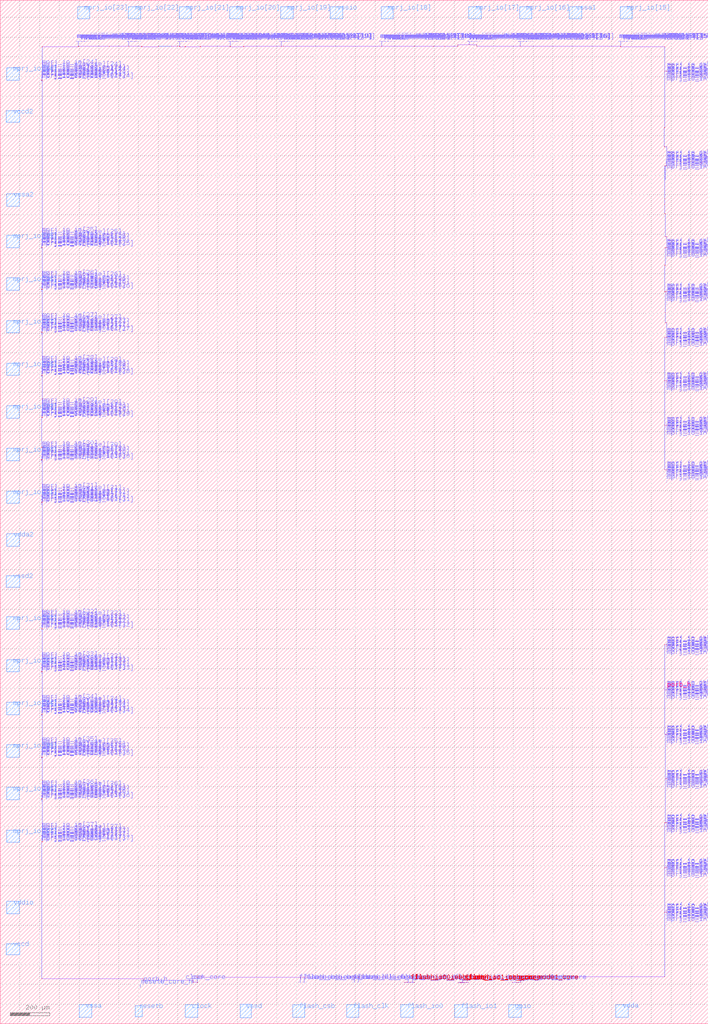
<source format=lef>
VERSION 5.7 ;
  NOWIREEXTENSIONATPIN ON ;
  DIVIDERCHAR "/" ;
  BUSBITCHARS "[]" ;
MACRO chip_io
  CLASS BLOCK ;
  FOREIGN chip_io ;
  ORIGIN 0.000 0.000 ;
  SIZE 3588.000 BY 5188.000 ;
  PIN clock
    PORT
      LAYER met5 ;
        RECT 938.200 32.990 1000.800 95.440 ;
    END
  END clock
  PIN clock_core
    PORT
      LAYER met2 ;
        RECT 936.635 208.565 936.915 210.965 ;
    END
  END clock_core
  PIN por
    PORT
      LAYER met2 ;
        RECT 970.215 208.565 970.495 210.965 ;
    END
  END por
  PIN flash_clk
    PORT
      LAYER met5 ;
        RECT 1755.200 32.990 1817.800 95.440 ;
    END
  END flash_clk
  PIN flash_clk_core
    PORT
      LAYER met2 ;
        RECT 1808.835 208.565 1809.115 210.965 ;
    END
  END flash_clk_core
  PIN flash_clk_ieb_core
    PORT
      LAYER met2 ;
        RECT 1787.215 208.565 1787.495 210.965 ;
    END
  END flash_clk_ieb_core
  PIN flash_clk_oeb_core
    PORT
      LAYER met2 ;
        RECT 1824.475 208.565 1824.755 210.965 ;
    END
  END flash_clk_oeb_core
  PIN flash_csb
    PORT
      LAYER met5 ;
        RECT 1481.200 32.990 1543.800 95.440 ;
    END
  END flash_csb
  PIN flash_csb_core
    PORT
      LAYER met2 ;
        RECT 1534.835 208.565 1535.115 210.965 ;
    END
  END flash_csb_core
  PIN flash_csb_ieb_core
    PORT
      LAYER met2 ;
        RECT 1513.215 208.565 1513.495 210.965 ;
    END
  END flash_csb_ieb_core
  PIN flash_csb_oeb_core
    PORT
      LAYER met2 ;
        RECT 1550.475 208.565 1550.755 210.965 ;
    END
  END flash_csb_oeb_core
  PIN flash_io0
    PORT
      LAYER met5 ;
        RECT 2029.200 32.990 2091.800 95.440 ;
    END
  END flash_io0
  PIN flash_io0_di_core
    PORT
      LAYER met2 ;
        RECT 2027.635 208.565 2027.915 210.965 ;
    END
  END flash_io0_di_core
  PIN flash_io0_do_core
    PORT
      LAYER met2 ;
        RECT 2082.835 208.565 2083.115 210.965 ;
    END
  END flash_io0_do_core
  PIN flash_io0_ieb_core
    PORT
      LAYER met1 ;
        RECT 2046.610 209.340 2046.930 209.400 ;
        RECT 2061.790 209.340 2062.110 209.400 ;
        RECT 2077.430 209.340 2077.750 209.400 ;
        RECT 2046.610 209.200 2077.750 209.340 ;
        RECT 2046.610 209.140 2046.930 209.200 ;
        RECT 2061.790 209.140 2062.110 209.200 ;
        RECT 2077.430 209.140 2077.750 209.200 ;
      LAYER via ;
        RECT 2046.640 209.140 2046.900 209.400 ;
        RECT 2061.820 209.140 2062.080 209.400 ;
        RECT 2077.460 209.140 2077.720 209.400 ;
      LAYER met2 ;
        RECT 2046.035 209.170 2046.315 210.965 ;
        RECT 2046.640 209.170 2046.900 209.430 ;
        RECT 2046.035 209.110 2046.900 209.170 ;
        RECT 2061.215 209.170 2061.495 210.965 ;
        RECT 2061.820 209.170 2062.080 209.430 ;
        RECT 2061.215 209.110 2062.080 209.170 ;
        RECT 2076.855 209.170 2077.135 210.965 ;
        RECT 2077.460 209.170 2077.720 209.430 ;
        RECT 2076.855 209.110 2077.720 209.170 ;
        RECT 2046.035 209.030 2046.840 209.110 ;
        RECT 2061.215 209.030 2062.020 209.110 ;
        RECT 2076.855 209.030 2077.660 209.110 ;
        RECT 2046.035 208.565 2046.315 209.030 ;
        RECT 2061.215 208.565 2061.495 209.030 ;
        RECT 2076.855 208.565 2077.135 209.030 ;
    END
  END flash_io0_ieb_core
  PIN flash_io0_oeb_core
    PORT
      LAYER met1 ;
        RECT 2055.810 209.680 2056.130 209.740 ;
        RECT 2055.810 209.540 2078.120 209.680 ;
        RECT 2055.810 209.480 2056.130 209.540 ;
        RECT 2077.980 209.340 2078.120 209.540 ;
        RECT 2097.670 209.340 2097.990 209.400 ;
        RECT 2077.980 209.200 2097.990 209.340 ;
        RECT 2097.670 209.140 2097.990 209.200 ;
      LAYER via ;
        RECT 2055.840 209.480 2056.100 209.740 ;
        RECT 2097.700 209.140 2097.960 209.400 ;
      LAYER met2 ;
        RECT 2055.235 209.170 2055.515 210.965 ;
        RECT 2055.840 209.450 2056.100 209.770 ;
        RECT 2055.900 209.170 2056.040 209.450 ;
        RECT 2055.235 209.030 2056.040 209.170 ;
        RECT 2097.700 209.170 2097.960 209.430 ;
        RECT 2098.475 209.170 2098.755 210.965 ;
        RECT 2097.700 209.110 2098.755 209.170 ;
        RECT 2097.760 209.030 2098.755 209.110 ;
        RECT 2055.235 208.565 2055.515 209.030 ;
        RECT 2098.475 208.565 2098.755 209.030 ;
    END
  END flash_io0_oeb_core
  PIN flash_io1
    PORT
      LAYER met5 ;
        RECT 2303.200 32.990 2365.800 95.440 ;
    END
  END flash_io1
  PIN flash_io1_di_core
    PORT
      LAYER met2 ;
        RECT 2301.635 208.565 2301.915 210.965 ;
    END
  END flash_io1_di_core
  PIN flash_io1_do_core
    PORT
      LAYER met2 ;
        RECT 2356.835 208.565 2357.115 210.965 ;
    END
  END flash_io1_do_core
  PIN flash_io1_ieb_core
    PORT
      LAYER met1 ;
        RECT 2320.770 209.000 2321.090 209.060 ;
        RECT 2335.950 209.000 2336.270 209.060 ;
        RECT 2350.210 209.000 2350.530 209.060 ;
        RECT 2320.770 208.860 2350.530 209.000 ;
        RECT 2320.770 208.800 2321.090 208.860 ;
        RECT 2335.950 208.800 2336.270 208.860 ;
        RECT 2350.210 208.800 2350.530 208.860 ;
      LAYER via ;
        RECT 2320.800 208.800 2321.060 209.060 ;
        RECT 2335.980 208.800 2336.240 209.060 ;
        RECT 2350.240 208.800 2350.500 209.060 ;
      LAYER met2 ;
        RECT 2320.035 209.170 2320.315 210.965 ;
        RECT 2335.215 209.170 2335.495 210.965 ;
        RECT 2350.855 209.170 2351.135 210.965 ;
        RECT 2320.035 209.090 2321.000 209.170 ;
        RECT 2335.215 209.090 2336.180 209.170 ;
        RECT 2350.300 209.090 2351.135 209.170 ;
        RECT 2320.035 209.030 2321.060 209.090 ;
        RECT 2320.035 208.565 2320.315 209.030 ;
        RECT 2320.800 208.770 2321.060 209.030 ;
        RECT 2335.215 209.030 2336.240 209.090 ;
        RECT 2335.215 208.565 2335.495 209.030 ;
        RECT 2335.980 208.770 2336.240 209.030 ;
        RECT 2350.240 209.030 2351.135 209.090 ;
        RECT 2350.240 208.770 2350.500 209.030 ;
        RECT 2350.855 208.565 2351.135 209.030 ;
    END
  END flash_io1_ieb_core
  PIN flash_io1_oeb_core
    PORT
      LAYER met1 ;
        RECT 2329.970 209.680 2330.290 209.740 ;
        RECT 2371.830 209.680 2372.150 209.740 ;
        RECT 2329.970 209.540 2372.150 209.680 ;
        RECT 2329.970 209.480 2330.290 209.540 ;
        RECT 2371.830 209.480 2372.150 209.540 ;
      LAYER via ;
        RECT 2330.000 209.480 2330.260 209.740 ;
        RECT 2371.860 209.480 2372.120 209.740 ;
      LAYER met2 ;
        RECT 2329.235 209.170 2329.515 210.965 ;
        RECT 2330.000 209.450 2330.260 209.770 ;
        RECT 2371.860 209.450 2372.120 209.770 ;
        RECT 2330.060 209.170 2330.200 209.450 ;
        RECT 2329.235 209.030 2330.200 209.170 ;
        RECT 2371.920 209.170 2372.060 209.450 ;
        RECT 2372.475 209.170 2372.755 210.965 ;
        RECT 2371.920 209.030 2372.755 209.170 ;
        RECT 2329.235 208.565 2329.515 209.030 ;
        RECT 2372.475 208.565 2372.755 209.030 ;
    END
  END flash_io1_oeb_core
  PIN gpio
    PORT
      LAYER met5 ;
        RECT 2577.200 32.990 2639.800 95.440 ;
    END
  END gpio
  PIN gpio_in_core
    PORT
      LAYER met2 ;
        RECT 2575.635 208.565 2575.915 210.965 ;
    END
  END gpio_in_core
  PIN gpio_inenb_core
    PORT
      LAYER met2 ;
        RECT 2609.215 208.565 2609.495 210.965 ;
    END
  END gpio_inenb_core
  PIN gpio_mode0_core
    PORT
      LAYER met2 ;
        RECT 2603.235 208.565 2603.515 210.965 ;
    END
  END gpio_mode0_core
  PIN gpio_mode1_core
    PORT
      LAYER met1 ;
        RECT 2594.470 209.340 2594.790 209.400 ;
        RECT 2624.370 209.340 2624.690 209.400 ;
        RECT 2594.470 209.200 2624.690 209.340 ;
        RECT 2594.470 209.140 2594.790 209.200 ;
        RECT 2624.370 209.140 2624.690 209.200 ;
      LAYER via ;
        RECT 2594.500 209.140 2594.760 209.400 ;
        RECT 2624.400 209.140 2624.660 209.400 ;
      LAYER met2 ;
        RECT 2594.035 209.170 2594.315 210.965 ;
        RECT 2594.500 209.170 2594.760 209.430 ;
        RECT 2594.035 209.110 2594.760 209.170 ;
        RECT 2624.400 209.170 2624.660 209.430 ;
        RECT 2624.855 209.170 2625.135 210.965 ;
        RECT 2624.400 209.110 2625.135 209.170 ;
        RECT 2594.035 209.030 2594.700 209.110 ;
        RECT 2624.460 209.030 2625.135 209.110 ;
        RECT 2594.035 208.565 2594.315 209.030 ;
        RECT 2624.855 208.565 2625.135 209.030 ;
    END
  END gpio_mode1_core
  PIN gpio_out_core
    PORT
      LAYER met2 ;
        RECT 2630.835 208.565 2631.115 210.965 ;
    END
  END gpio_out_core
  PIN gpio_outenb_core
    PORT
      LAYER met2 ;
        RECT 2646.475 208.565 2646.755 210.965 ;
    END
  END gpio_outenb_core
  PIN vccd
    PORT
      LAYER met5 ;
        RECT 30.430 349.315 97.860 405.955 ;
    END
  END vccd
  PIN vdda
    PORT
      LAYER met5 ;
        RECT 3120.200 33.375 3182.900 95.990 ;
    END
  END vdda
  PIN vddio
    PORT
      LAYER met5 ;
        RECT 33.375 557.100 95.990 619.800 ;
    END
  END vddio
  PIN vssa
    PORT
      LAYER met5 ;
        RECT 400.200 33.375 462.900 95.990 ;
    END
  END vssa
  PIN vssd
    PORT
      LAYER met5 ;
        RECT 1215.045 30.430 1271.685 97.860 ;
    END
  END vssd
  PIN vssio
    PORT
      LAYER met5 ;
        RECT 1673.100 5092.010 1735.800 5154.625 ;
    END
  END vssio
  PIN mprj_io_analog_en[0]
    PORT
      LAYER met2 ;
        RECT 3377.035 529.015 3379.435 529.295 ;
    END
  END mprj_io_analog_en[0]
  PIN mprj_io_analog_pol[0]
    PORT
      LAYER met2 ;
        RECT 3377.035 535.455 3379.435 535.735 ;
    END
  END mprj_io_analog_pol[0]
  PIN mprj_io_analog_sel[0]
    PORT
      LAYER met2 ;
        RECT 3377.035 550.635 3379.435 550.915 ;
    END
  END mprj_io_analog_sel[0]
  PIN mprj_io_dm[0]
    PORT
      LAYER met2 ;
        RECT 3377.035 532.235 3379.435 532.515 ;
    END
  END mprj_io_dm[0]
  PIN mprj_io_dm[1]
    PORT
      LAYER met2 ;
        RECT 3377.035 523.035 3379.435 523.315 ;
    END
  END mprj_io_dm[1]
  PIN mprj_io_dm[2]
    PORT
      LAYER met2 ;
        RECT 3377.035 553.855 3379.435 554.135 ;
    END
  END mprj_io_dm[2]
  PIN mprj_io_enh[0]
    PORT
      LAYER met2 ;
        RECT 3377.035 544.655 3379.435 544.935 ;
    END
  END mprj_io_enh[0]
  PIN mprj_io_hldh_n[0]
    PORT
      LAYER met2 ;
        RECT 3377.035 547.875 3379.435 548.155 ;
    END
  END mprj_io_hldh_n[0]
  PIN mprj_io_holdover[0]
    PORT
      LAYER met2 ;
        RECT 3377.035 557.075 3379.435 557.355 ;
    END
  END mprj_io_holdover[0]
  PIN mprj_io_ib_mode_sel[0]
    PORT
      LAYER met2 ;
        RECT 3377.035 572.255 3379.435 572.535 ;
    END
  END mprj_io_ib_mode_sel[0]
  PIN mprj_io_inp_dis[0]
    PORT
      LAYER met2 ;
        RECT 3377.035 538.215 3379.435 538.495 ;
    END
  END mprj_io_inp_dis[0]
  PIN mprj_io_oeb[0]
    PORT
      LAYER met2 ;
        RECT 3377.035 575.475 3379.435 575.755 ;
    END
  END mprj_io_oeb[0]
  PIN mprj_io_out[0]
    PORT
      LAYER met2 ;
        RECT 3377.035 559.835 3379.435 560.115 ;
    END
  END mprj_io_out[0]
  PIN mprj_io_slow_sel[0]
    PORT
      LAYER met2 ;
        RECT 3377.035 513.835 3379.435 514.115 ;
    END
  END mprj_io_slow_sel[0]
  PIN mprj_io_vtrip_sel[0]
    PORT
      LAYER met2 ;
        RECT 3377.035 569.035 3379.435 569.315 ;
    END
  END mprj_io_vtrip_sel[0]
  PIN mprj_io_in[0]
    PORT
      LAYER met2 ;
        RECT 3377.035 504.635 3379.435 504.915 ;
    END
  END mprj_io_in[0]
  PIN mprj_io_analog_en[10]
    PORT
      LAYER met2 ;
        RECT 3377.035 3445.015 3379.435 3445.295 ;
    END
  END mprj_io_analog_en[10]
  PIN mprj_io_analog_pol[10]
    PORT
      LAYER met2 ;
        RECT 3377.035 3451.455 3379.435 3451.735 ;
    END
  END mprj_io_analog_pol[10]
  PIN mprj_io_analog_sel[10]
    PORT
      LAYER met2 ;
        RECT 3377.035 3466.635 3379.435 3466.915 ;
    END
  END mprj_io_analog_sel[10]
  PIN mprj_io_dm[30]
    PORT
      LAYER met2 ;
        RECT 3377.035 3448.235 3379.435 3448.515 ;
    END
  END mprj_io_dm[30]
  PIN mprj_io_dm[31]
    PORT
      LAYER met2 ;
        RECT 3377.035 3439.035 3379.435 3439.315 ;
    END
  END mprj_io_dm[31]
  PIN mprj_io_dm[32]
    PORT
      LAYER met2 ;
        RECT 3377.035 3469.855 3379.435 3470.135 ;
    END
  END mprj_io_dm[32]
  PIN mprj_io_enh[10]
    PORT
      LAYER met2 ;
        RECT 3377.035 3460.655 3379.435 3460.935 ;
    END
  END mprj_io_enh[10]
  PIN mprj_io_hldh_n[10]
    PORT
      LAYER met2 ;
        RECT 3377.035 3463.875 3379.435 3464.155 ;
    END
  END mprj_io_hldh_n[10]
  PIN mprj_io_holdover[10]
    PORT
      LAYER met2 ;
        RECT 3377.035 3473.075 3379.435 3473.355 ;
    END
  END mprj_io_holdover[10]
  PIN mprj_io_ib_mode_sel[10]
    PORT
      LAYER met2 ;
        RECT 3377.035 3488.255 3379.435 3488.535 ;
    END
  END mprj_io_ib_mode_sel[10]
  PIN mprj_io_inp_dis[10]
    PORT
      LAYER met2 ;
        RECT 3377.035 3454.215 3379.435 3454.495 ;
    END
  END mprj_io_inp_dis[10]
  PIN mprj_io_oeb[10]
    PORT
      LAYER met2 ;
        RECT 3377.035 3491.475 3379.435 3491.755 ;
    END
  END mprj_io_oeb[10]
  PIN mprj_io_out[10]
    PORT
      LAYER met2 ;
        RECT 3377.035 3475.835 3379.435 3476.115 ;
    END
  END mprj_io_out[10]
  PIN mprj_io_slow_sel[10]
    PORT
      LAYER met2 ;
        RECT 3377.035 3429.835 3379.435 3430.115 ;
    END
  END mprj_io_slow_sel[10]
  PIN mprj_io_vtrip_sel[10]
    PORT
      LAYER met2 ;
        RECT 3377.035 3485.035 3379.435 3485.315 ;
    END
  END mprj_io_vtrip_sel[10]
  PIN mprj_io_in[10]
    PORT
      LAYER met2 ;
        RECT 3377.035 3420.635 3379.435 3420.915 ;
    END
  END mprj_io_in[10]
  PIN mprj_io_analog_en[11]
    PORT
      LAYER met2 ;
        RECT 3377.035 3670.015 3379.435 3670.295 ;
    END
  END mprj_io_analog_en[11]
  PIN mprj_io_analog_pol[11]
    PORT
      LAYER met2 ;
        RECT 3377.035 3676.455 3379.435 3676.735 ;
    END
  END mprj_io_analog_pol[11]
  PIN mprj_io_analog_sel[11]
    PORT
      LAYER met2 ;
        RECT 3377.035 3691.635 3379.435 3691.915 ;
    END
  END mprj_io_analog_sel[11]
  PIN mprj_io_dm[33]
    PORT
      LAYER met2 ;
        RECT 3377.035 3673.235 3379.435 3673.515 ;
    END
  END mprj_io_dm[33]
  PIN mprj_io_dm[34]
    PORT
      LAYER met2 ;
        RECT 3377.035 3664.035 3379.435 3664.315 ;
    END
  END mprj_io_dm[34]
  PIN mprj_io_dm[35]
    PORT
      LAYER met2 ;
        RECT 3377.035 3694.855 3379.435 3695.135 ;
    END
  END mprj_io_dm[35]
  PIN mprj_io_enh[11]
    PORT
      LAYER met2 ;
        RECT 3377.035 3685.655 3379.435 3685.935 ;
    END
  END mprj_io_enh[11]
  PIN mprj_io_hldh_n[11]
    PORT
      LAYER met2 ;
        RECT 3377.035 3688.875 3379.435 3689.155 ;
    END
  END mprj_io_hldh_n[11]
  PIN mprj_io_holdover[11]
    PORT
      LAYER met2 ;
        RECT 3377.035 3698.075 3379.435 3698.355 ;
    END
  END mprj_io_holdover[11]
  PIN mprj_io_ib_mode_sel[11]
    PORT
      LAYER met2 ;
        RECT 3377.035 3713.255 3379.435 3713.535 ;
    END
  END mprj_io_ib_mode_sel[11]
  PIN mprj_io_inp_dis[11]
    PORT
      LAYER met2 ;
        RECT 3377.035 3679.215 3379.435 3679.495 ;
    END
  END mprj_io_inp_dis[11]
  PIN mprj_io_oeb[11]
    PORT
      LAYER met2 ;
        RECT 3377.035 3716.475 3379.435 3716.755 ;
    END
  END mprj_io_oeb[11]
  PIN mprj_io_out[11]
    PORT
      LAYER met2 ;
        RECT 3377.035 3700.835 3379.435 3701.115 ;
    END
  END mprj_io_out[11]
  PIN mprj_io_slow_sel[11]
    PORT
      LAYER met2 ;
        RECT 3377.035 3654.835 3379.435 3655.115 ;
    END
  END mprj_io_slow_sel[11]
  PIN mprj_io_vtrip_sel[11]
    PORT
      LAYER met2 ;
        RECT 3377.035 3710.035 3379.435 3710.315 ;
    END
  END mprj_io_vtrip_sel[11]
  PIN mprj_io_in[11]
    PORT
      LAYER met2 ;
        RECT 3377.035 3645.635 3379.435 3645.915 ;
    END
  END mprj_io_in[11]
  PIN mprj_io_analog_en[12]
    PORT
      LAYER met2 ;
        RECT 3377.035 3895.015 3379.435 3895.295 ;
    END
  END mprj_io_analog_en[12]
  PIN mprj_io_analog_pol[12]
    PORT
      LAYER met2 ;
        RECT 3377.035 3901.455 3379.435 3901.735 ;
    END
  END mprj_io_analog_pol[12]
  PIN mprj_io_analog_sel[12]
    PORT
      LAYER met2 ;
        RECT 3377.035 3916.635 3379.435 3916.915 ;
    END
  END mprj_io_analog_sel[12]
  PIN mprj_io_dm[36]
    PORT
      LAYER met2 ;
        RECT 3377.035 3898.235 3379.435 3898.515 ;
    END
  END mprj_io_dm[36]
  PIN mprj_io_dm[37]
    PORT
      LAYER met2 ;
        RECT 3377.035 3889.035 3379.435 3889.315 ;
    END
  END mprj_io_dm[37]
  PIN mprj_io_dm[38]
    PORT
      LAYER met2 ;
        RECT 3377.035 3919.855 3379.435 3920.135 ;
    END
  END mprj_io_dm[38]
  PIN mprj_io_enh[12]
    PORT
      LAYER met2 ;
        RECT 3377.035 3910.655 3379.435 3910.935 ;
    END
  END mprj_io_enh[12]
  PIN mprj_io_hldh_n[12]
    PORT
      LAYER met2 ;
        RECT 3377.035 3913.875 3379.435 3914.155 ;
    END
  END mprj_io_hldh_n[12]
  PIN mprj_io_holdover[12]
    PORT
      LAYER met2 ;
        RECT 3377.035 3923.075 3379.435 3923.355 ;
    END
  END mprj_io_holdover[12]
  PIN mprj_io_ib_mode_sel[12]
    PORT
      LAYER met2 ;
        RECT 3377.035 3938.255 3379.435 3938.535 ;
    END
  END mprj_io_ib_mode_sel[12]
  PIN mprj_io_inp_dis[12]
    PORT
      LAYER met2 ;
        RECT 3377.035 3904.215 3379.435 3904.495 ;
    END
  END mprj_io_inp_dis[12]
  PIN mprj_io_oeb[12]
    PORT
      LAYER met2 ;
        RECT 3377.035 3941.475 3379.435 3941.755 ;
    END
  END mprj_io_oeb[12]
  PIN mprj_io_out[12]
    PORT
      LAYER met2 ;
        RECT 3377.035 3925.835 3379.435 3926.115 ;
    END
  END mprj_io_out[12]
  PIN mprj_io_slow_sel[12]
    PORT
      LAYER met2 ;
        RECT 3377.035 3879.835 3379.435 3880.115 ;
    END
  END mprj_io_slow_sel[12]
  PIN mprj_io_vtrip_sel[12]
    PORT
      LAYER met2 ;
        RECT 3377.035 3935.035 3379.435 3935.315 ;
    END
  END mprj_io_vtrip_sel[12]
  PIN mprj_io_in[12]
    PORT
      LAYER met2 ;
        RECT 3377.035 3870.635 3379.435 3870.915 ;
    END
  END mprj_io_in[12]
  PIN mprj_io_analog_en[13]
    PORT
      LAYER met2 ;
        RECT 3377.035 4341.015 3379.435 4341.295 ;
    END
  END mprj_io_analog_en[13]
  PIN mprj_io_analog_pol[13]
    PORT
      LAYER met2 ;
        RECT 3377.035 4347.455 3379.435 4347.735 ;
    END
  END mprj_io_analog_pol[13]
  PIN mprj_io_analog_sel[13]
    PORT
      LAYER met2 ;
        RECT 3377.035 4362.635 3379.435 4362.915 ;
    END
  END mprj_io_analog_sel[13]
  PIN mprj_io_dm[39]
    PORT
      LAYER met2 ;
        RECT 3377.035 4344.235 3379.435 4344.515 ;
    END
  END mprj_io_dm[39]
  PIN mprj_io_dm[40]
    PORT
      LAYER met2 ;
        RECT 3377.035 4335.035 3379.435 4335.315 ;
    END
  END mprj_io_dm[40]
  PIN mprj_io_dm[41]
    PORT
      LAYER met2 ;
        RECT 3377.035 4365.855 3379.435 4366.135 ;
    END
  END mprj_io_dm[41]
  PIN mprj_io_enh[13]
    PORT
      LAYER met2 ;
        RECT 3377.035 4356.655 3379.435 4356.935 ;
    END
  END mprj_io_enh[13]
  PIN mprj_io_hldh_n[13]
    PORT
      LAYER met2 ;
        RECT 3377.035 4359.875 3379.435 4360.155 ;
    END
  END mprj_io_hldh_n[13]
  PIN mprj_io_holdover[13]
    PORT
      LAYER met2 ;
        RECT 3377.035 4369.075 3379.435 4369.355 ;
    END
  END mprj_io_holdover[13]
  PIN mprj_io_ib_mode_sel[13]
    PORT
      LAYER met2 ;
        RECT 3377.035 4384.255 3379.435 4384.535 ;
    END
  END mprj_io_ib_mode_sel[13]
  PIN mprj_io_inp_dis[13]
    PORT
      LAYER met2 ;
        RECT 3377.035 4350.215 3379.435 4350.495 ;
    END
  END mprj_io_inp_dis[13]
  PIN mprj_io_oeb[13]
    PORT
      LAYER met2 ;
        RECT 3377.035 4387.475 3379.435 4387.755 ;
    END
  END mprj_io_oeb[13]
  PIN mprj_io_out[13]
    PORT
      LAYER met2 ;
        RECT 3377.035 4371.835 3379.435 4372.115 ;
    END
  END mprj_io_out[13]
  PIN mprj_io_slow_sel[13]
    PORT
      LAYER met2 ;
        RECT 3377.035 4325.835 3379.435 4326.115 ;
    END
  END mprj_io_slow_sel[13]
  PIN mprj_io_vtrip_sel[13]
    PORT
      LAYER met2 ;
        RECT 3377.035 4381.035 3379.435 4381.315 ;
    END
  END mprj_io_vtrip_sel[13]
  PIN mprj_io_in[13]
    PORT
      LAYER met2 ;
        RECT 3377.035 4316.635 3379.435 4316.915 ;
    END
  END mprj_io_in[13]
  PIN mprj_io_analog_en[14]
    PORT
      LAYER met2 ;
        RECT 3377.035 4787.015 3379.435 4787.295 ;
    END
  END mprj_io_analog_en[14]
  PIN mprj_io_analog_pol[14]
    PORT
      LAYER met2 ;
        RECT 3377.035 4793.455 3379.435 4793.735 ;
    END
  END mprj_io_analog_pol[14]
  PIN mprj_io_analog_sel[14]
    PORT
      LAYER met2 ;
        RECT 3377.035 4808.635 3379.435 4808.915 ;
    END
  END mprj_io_analog_sel[14]
  PIN mprj_io_dm[42]
    PORT
      LAYER met2 ;
        RECT 3377.035 4790.235 3379.435 4790.515 ;
    END
  END mprj_io_dm[42]
  PIN mprj_io_dm[43]
    PORT
      LAYER met2 ;
        RECT 3377.035 4781.035 3379.435 4781.315 ;
    END
  END mprj_io_dm[43]
  PIN mprj_io_dm[44]
    PORT
      LAYER met2 ;
        RECT 3377.035 4811.855 3379.435 4812.135 ;
    END
  END mprj_io_dm[44]
  PIN mprj_io_enh[14]
    PORT
      LAYER met2 ;
        RECT 3377.035 4802.655 3379.435 4802.935 ;
    END
  END mprj_io_enh[14]
  PIN mprj_io_hldh_n[14]
    PORT
      LAYER met2 ;
        RECT 3377.035 4805.875 3379.435 4806.155 ;
    END
  END mprj_io_hldh_n[14]
  PIN mprj_io_holdover[14]
    PORT
      LAYER met2 ;
        RECT 3377.035 4815.075 3379.435 4815.355 ;
    END
  END mprj_io_holdover[14]
  PIN mprj_io_ib_mode_sel[14]
    PORT
      LAYER met2 ;
        RECT 3377.035 4830.255 3379.435 4830.535 ;
    END
  END mprj_io_ib_mode_sel[14]
  PIN mprj_io_inp_dis[14]
    PORT
      LAYER met2 ;
        RECT 3377.035 4796.215 3379.435 4796.495 ;
    END
  END mprj_io_inp_dis[14]
  PIN mprj_io_oeb[14]
    PORT
      LAYER met2 ;
        RECT 3377.035 4833.475 3379.435 4833.755 ;
    END
  END mprj_io_oeb[14]
  PIN mprj_io_out[14]
    PORT
      LAYER met2 ;
        RECT 3377.035 4817.835 3379.435 4818.115 ;
    END
  END mprj_io_out[14]
  PIN mprj_io_slow_sel[14]
    PORT
      LAYER met2 ;
        RECT 3377.035 4771.835 3379.435 4772.115 ;
    END
  END mprj_io_slow_sel[14]
  PIN mprj_io_vtrip_sel[14]
    PORT
      LAYER met2 ;
        RECT 3377.035 4827.035 3379.435 4827.315 ;
    END
  END mprj_io_vtrip_sel[14]
  PIN mprj_io_in[14]
    PORT
      LAYER met2 ;
        RECT 3377.035 4762.635 3379.435 4762.915 ;
    END
  END mprj_io_in[14]
  PIN mprj_io[15]
    PORT
      LAYER met5 ;
        RECT 3141.200 5092.560 3203.800 5155.010 ;
    END
  END mprj_io[15]
  PIN mprj_io_analog_en[15]
    PORT
      LAYER met2 ;
        RECT 3180.705 4977.035 3180.985 4979.435 ;
    END
  END mprj_io_analog_en[15]
  PIN mprj_io_analog_pol[15]
    PORT
      LAYER met2 ;
        RECT 3174.265 4977.035 3174.545 4979.435 ;
    END
  END mprj_io_analog_pol[15]
  PIN mprj_io_analog_sel[15]
    PORT
      LAYER met2 ;
        RECT 3159.085 4977.035 3159.365 4979.435 ;
    END
  END mprj_io_analog_sel[15]
  PIN mprj_io_dm[45]
    PORT
      LAYER met2 ;
        RECT 3177.485 4977.035 3177.765 4979.435 ;
    END
  END mprj_io_dm[45]
  PIN mprj_io_dm[46]
    PORT
      LAYER met2 ;
        RECT 3186.685 4977.035 3186.965 4979.435 ;
    END
  END mprj_io_dm[46]
  PIN mprj_io_dm[47]
    PORT
      LAYER met2 ;
        RECT 3155.865 4977.035 3156.145 4979.435 ;
    END
  END mprj_io_dm[47]
  PIN mprj_io_enh[15]
    PORT
      LAYER met2 ;
        RECT 3165.065 4977.035 3165.345 4979.435 ;
    END
  END mprj_io_enh[15]
  PIN mprj_io_hldh_n[15]
    PORT
      LAYER met2 ;
        RECT 3161.845 4977.035 3162.125 4979.435 ;
    END
  END mprj_io_hldh_n[15]
  PIN mprj_io_holdover[15]
    PORT
      LAYER met2 ;
        RECT 3152.645 4977.035 3152.925 4979.435 ;
    END
  END mprj_io_holdover[15]
  PIN mprj_io_ib_mode_sel[15]
    PORT
      LAYER met2 ;
        RECT 3137.465 4977.035 3137.745 4979.435 ;
    END
  END mprj_io_ib_mode_sel[15]
  PIN mprj_io_inp_dis[15]
    PORT
      LAYER met2 ;
        RECT 3171.505 4977.035 3171.785 4979.435 ;
    END
  END mprj_io_inp_dis[15]
  PIN mprj_io_oeb[15]
    PORT
      LAYER met2 ;
        RECT 3134.245 4977.035 3134.525 4979.435 ;
    END
  END mprj_io_oeb[15]
  PIN mprj_io_out[15]
    PORT
      LAYER met2 ;
        RECT 3149.885 4977.035 3150.165 4979.435 ;
    END
  END mprj_io_out[15]
  PIN mprj_io_slow_sel[15]
    PORT
      LAYER met2 ;
        RECT 3195.885 4977.035 3196.165 4979.435 ;
    END
  END mprj_io_slow_sel[15]
  PIN mprj_io_vtrip_sel[15]
    PORT
      LAYER met2 ;
        RECT 3140.685 4977.035 3140.965 4979.435 ;
    END
  END mprj_io_vtrip_sel[15]
  PIN mprj_io_in[15]
    PORT
      LAYER met2 ;
        RECT 3205.085 4977.035 3205.365 4979.435 ;
    END
  END mprj_io_in[15]
  PIN mprj_io[16]
    PORT
      LAYER met5 ;
        RECT 2632.200 5092.560 2694.800 5155.010 ;
    END
  END mprj_io[16]
  PIN mprj_io_analog_en[16]
    PORT
      LAYER met2 ;
        RECT 2671.705 4977.035 2671.985 4979.435 ;
    END
  END mprj_io_analog_en[16]
  PIN mprj_io_analog_pol[16]
    PORT
      LAYER met2 ;
        RECT 2665.265 4977.035 2665.545 4979.435 ;
    END
  END mprj_io_analog_pol[16]
  PIN mprj_io_analog_sel[16]
    PORT
      LAYER met2 ;
        RECT 2650.085 4977.035 2650.365 4979.435 ;
    END
  END mprj_io_analog_sel[16]
  PIN mprj_io_dm[48]
    PORT
      LAYER met2 ;
        RECT 2668.485 4977.035 2668.765 4979.435 ;
    END
  END mprj_io_dm[48]
  PIN mprj_io_dm[49]
    PORT
      LAYER met2 ;
        RECT 2677.685 4977.035 2677.965 4979.435 ;
    END
  END mprj_io_dm[49]
  PIN mprj_io_dm[50]
    PORT
      LAYER met2 ;
        RECT 2646.865 4977.035 2647.145 4979.435 ;
    END
  END mprj_io_dm[50]
  PIN mprj_io_enh[16]
    PORT
      LAYER met2 ;
        RECT 2656.065 4977.035 2656.345 4979.435 ;
    END
  END mprj_io_enh[16]
  PIN mprj_io_hldh_n[16]
    PORT
      LAYER met2 ;
        RECT 2652.845 4977.035 2653.125 4979.435 ;
    END
  END mprj_io_hldh_n[16]
  PIN mprj_io_holdover[16]
    PORT
      LAYER met2 ;
        RECT 2643.645 4977.035 2643.925 4979.435 ;
    END
  END mprj_io_holdover[16]
  PIN mprj_io_ib_mode_sel[16]
    PORT
      LAYER met2 ;
        RECT 2628.465 4977.035 2628.745 4979.435 ;
    END
  END mprj_io_ib_mode_sel[16]
  PIN mprj_io_inp_dis[16]
    PORT
      LAYER met2 ;
        RECT 2662.505 4977.035 2662.785 4979.435 ;
    END
  END mprj_io_inp_dis[16]
  PIN mprj_io_oeb[16]
    PORT
      LAYER met2 ;
        RECT 2625.245 4977.035 2625.525 4979.435 ;
    END
  END mprj_io_oeb[16]
  PIN mprj_io_out[16]
    PORT
      LAYER met2 ;
        RECT 2640.885 4977.035 2641.165 4979.435 ;
    END
  END mprj_io_out[16]
  PIN mprj_io_slow_sel[16]
    PORT
      LAYER met2 ;
        RECT 2686.885 4977.035 2687.165 4979.435 ;
    END
  END mprj_io_slow_sel[16]
  PIN mprj_io_vtrip_sel[16]
    PORT
      LAYER met2 ;
        RECT 2631.685 4977.035 2631.965 4979.435 ;
    END
  END mprj_io_vtrip_sel[16]
  PIN mprj_io_in[16]
    PORT
      LAYER met2 ;
        RECT 2696.085 4977.035 2696.365 4979.435 ;
    END
  END mprj_io_in[16]
  PIN mprj_io[17]
    PORT
      LAYER met5 ;
        RECT 2375.200 5092.560 2437.800 5155.010 ;
    END
  END mprj_io[17]
  PIN mprj_io_analog_en[17]
    PORT
      LAYER met2 ;
        RECT 2414.705 4977.035 2414.985 4979.435 ;
    END
  END mprj_io_analog_en[17]
  PIN mprj_io_analog_pol[17]
    PORT
      LAYER met2 ;
        RECT 2408.265 4977.035 2408.545 4979.435 ;
    END
  END mprj_io_analog_pol[17]
  PIN mprj_io_analog_sel[17]
    PORT
      LAYER met2 ;
        RECT 2393.085 4977.035 2393.365 4979.435 ;
    END
  END mprj_io_analog_sel[17]
  PIN mprj_io_dm[51]
    PORT
      LAYER met2 ;
        RECT 2411.485 4977.035 2411.765 4979.435 ;
    END
  END mprj_io_dm[51]
  PIN mprj_io_dm[52]
    PORT
      LAYER met2 ;
        RECT 2420.685 4977.035 2420.965 4979.435 ;
    END
  END mprj_io_dm[52]
  PIN mprj_io_dm[53]
    PORT
      LAYER met2 ;
        RECT 2389.865 4977.035 2390.145 4979.435 ;
    END
  END mprj_io_dm[53]
  PIN mprj_io_enh[17]
    PORT
      LAYER met2 ;
        RECT 2399.065 4977.035 2399.345 4979.435 ;
    END
  END mprj_io_enh[17]
  PIN mprj_io_hldh_n[17]
    PORT
      LAYER met2 ;
        RECT 2395.845 4977.035 2396.125 4979.435 ;
    END
  END mprj_io_hldh_n[17]
  PIN mprj_io_holdover[17]
    PORT
      LAYER met2 ;
        RECT 2386.645 4977.035 2386.925 4979.435 ;
    END
  END mprj_io_holdover[17]
  PIN mprj_io_ib_mode_sel[17]
    PORT
      LAYER met2 ;
        RECT 2371.465 4977.035 2371.745 4979.435 ;
    END
  END mprj_io_ib_mode_sel[17]
  PIN mprj_io_inp_dis[17]
    PORT
      LAYER met2 ;
        RECT 2405.505 4977.035 2405.785 4979.435 ;
    END
  END mprj_io_inp_dis[17]
  PIN mprj_io_oeb[17]
    PORT
      LAYER met2 ;
        RECT 2368.245 4977.035 2368.525 4979.435 ;
    END
  END mprj_io_oeb[17]
  PIN mprj_io_out[17]
    PORT
      LAYER met2 ;
        RECT 2383.885 4977.035 2384.165 4979.435 ;
    END
  END mprj_io_out[17]
  PIN mprj_io_slow_sel[17]
    PORT
      LAYER met2 ;
        RECT 2429.885 4977.035 2430.165 4979.435 ;
    END
  END mprj_io_slow_sel[17]
  PIN mprj_io_vtrip_sel[17]
    PORT
      LAYER met2 ;
        RECT 2374.685 4977.035 2374.965 4979.435 ;
    END
  END mprj_io_vtrip_sel[17]
  PIN mprj_io_in[17]
    PORT
      LAYER met2 ;
        RECT 2439.085 4977.035 2439.365 4979.435 ;
    END
  END mprj_io_in[17]
  PIN mprj_io_analog_en[1]
    PORT
      LAYER met2 ;
        RECT 3377.035 755.015 3379.435 755.295 ;
    END
  END mprj_io_analog_en[1]
  PIN mprj_io_analog_pol[1]
    PORT
      LAYER met2 ;
        RECT 3377.035 761.455 3379.435 761.735 ;
    END
  END mprj_io_analog_pol[1]
  PIN mprj_io_analog_sel[1]
    PORT
      LAYER met2 ;
        RECT 3377.035 776.635 3379.435 776.915 ;
    END
  END mprj_io_analog_sel[1]
  PIN mprj_io_dm[3]
    PORT
      LAYER met2 ;
        RECT 3377.035 758.235 3379.435 758.515 ;
    END
  END mprj_io_dm[3]
  PIN mprj_io_dm[4]
    PORT
      LAYER met2 ;
        RECT 3377.035 749.035 3379.435 749.315 ;
    END
  END mprj_io_dm[4]
  PIN mprj_io_dm[5]
    PORT
      LAYER met2 ;
        RECT 3377.035 779.855 3379.435 780.135 ;
    END
  END mprj_io_dm[5]
  PIN mprj_io_enh[1]
    PORT
      LAYER met2 ;
        RECT 3377.035 770.655 3379.435 770.935 ;
    END
  END mprj_io_enh[1]
  PIN mprj_io_hldh_n[1]
    PORT
      LAYER met2 ;
        RECT 3377.035 773.875 3379.435 774.155 ;
    END
  END mprj_io_hldh_n[1]
  PIN mprj_io_holdover[1]
    PORT
      LAYER met2 ;
        RECT 3377.035 783.075 3379.435 783.355 ;
    END
  END mprj_io_holdover[1]
  PIN mprj_io_ib_mode_sel[1]
    PORT
      LAYER met2 ;
        RECT 3377.035 798.255 3379.435 798.535 ;
    END
  END mprj_io_ib_mode_sel[1]
  PIN mprj_io_inp_dis[1]
    PORT
      LAYER met2 ;
        RECT 3377.035 764.215 3379.435 764.495 ;
    END
  END mprj_io_inp_dis[1]
  PIN mprj_io_oeb[1]
    PORT
      LAYER met2 ;
        RECT 3377.035 801.475 3379.435 801.755 ;
    END
  END mprj_io_oeb[1]
  PIN mprj_io_out[1]
    PORT
      LAYER met2 ;
        RECT 3377.035 785.835 3379.435 786.115 ;
    END
  END mprj_io_out[1]
  PIN mprj_io_slow_sel[1]
    PORT
      LAYER met2 ;
        RECT 3377.035 739.835 3379.435 740.115 ;
    END
  END mprj_io_slow_sel[1]
  PIN mprj_io_vtrip_sel[1]
    PORT
      LAYER met2 ;
        RECT 3377.035 795.035 3379.435 795.315 ;
    END
  END mprj_io_vtrip_sel[1]
  PIN mprj_io_in[1]
    PORT
      LAYER met2 ;
        RECT 3377.035 730.635 3379.435 730.915 ;
    END
  END mprj_io_in[1]
  PIN mprj_io_analog_en[2]
    PORT
      LAYER met2 ;
        RECT 3377.035 980.015 3379.435 980.295 ;
    END
  END mprj_io_analog_en[2]
  PIN mprj_io_analog_pol[2]
    PORT
      LAYER met2 ;
        RECT 3377.035 986.455 3379.435 986.735 ;
    END
  END mprj_io_analog_pol[2]
  PIN mprj_io_analog_sel[2]
    PORT
      LAYER met2 ;
        RECT 3377.035 1001.635 3379.435 1001.915 ;
    END
  END mprj_io_analog_sel[2]
  PIN mprj_io_dm[6]
    PORT
      LAYER met2 ;
        RECT 3377.035 983.235 3379.435 983.515 ;
    END
  END mprj_io_dm[6]
  PIN mprj_io_dm[7]
    PORT
      LAYER met2 ;
        RECT 3377.035 974.035 3379.435 974.315 ;
    END
  END mprj_io_dm[7]
  PIN mprj_io_dm[8]
    PORT
      LAYER met2 ;
        RECT 3377.035 1004.855 3379.435 1005.135 ;
    END
  END mprj_io_dm[8]
  PIN mprj_io_enh[2]
    PORT
      LAYER met2 ;
        RECT 3377.035 995.655 3379.435 995.935 ;
    END
  END mprj_io_enh[2]
  PIN mprj_io_hldh_n[2]
    PORT
      LAYER met2 ;
        RECT 3377.035 998.875 3379.435 999.155 ;
    END
  END mprj_io_hldh_n[2]
  PIN mprj_io_holdover[2]
    PORT
      LAYER met2 ;
        RECT 3377.035 1008.075 3379.435 1008.355 ;
    END
  END mprj_io_holdover[2]
  PIN mprj_io_ib_mode_sel[2]
    PORT
      LAYER met2 ;
        RECT 3377.035 1023.255 3379.435 1023.535 ;
    END
  END mprj_io_ib_mode_sel[2]
  PIN mprj_io_inp_dis[2]
    PORT
      LAYER met2 ;
        RECT 3377.035 989.215 3379.435 989.495 ;
    END
  END mprj_io_inp_dis[2]
  PIN mprj_io_oeb[2]
    PORT
      LAYER met2 ;
        RECT 3377.035 1026.475 3379.435 1026.755 ;
    END
  END mprj_io_oeb[2]
  PIN mprj_io_out[2]
    PORT
      LAYER met2 ;
        RECT 3377.035 1010.835 3379.435 1011.115 ;
    END
  END mprj_io_out[2]
  PIN mprj_io_slow_sel[2]
    PORT
      LAYER met2 ;
        RECT 3377.035 964.835 3379.435 965.115 ;
    END
  END mprj_io_slow_sel[2]
  PIN mprj_io_vtrip_sel[2]
    PORT
      LAYER met2 ;
        RECT 3377.035 1020.035 3379.435 1020.315 ;
    END
  END mprj_io_vtrip_sel[2]
  PIN mprj_io_in[2]
    PORT
      LAYER met2 ;
        RECT 3377.035 955.635 3379.435 955.915 ;
    END
  END mprj_io_in[2]
  PIN mprj_io_analog_en[3]
    PORT
      LAYER met2 ;
        RECT 3377.035 1206.015 3379.435 1206.295 ;
    END
  END mprj_io_analog_en[3]
  PIN mprj_io_analog_pol[3]
    PORT
      LAYER met2 ;
        RECT 3377.035 1212.455 3379.435 1212.735 ;
    END
  END mprj_io_analog_pol[3]
  PIN mprj_io_analog_sel[3]
    PORT
      LAYER met2 ;
        RECT 3377.035 1227.635 3379.435 1227.915 ;
    END
  END mprj_io_analog_sel[3]
  PIN mprj_io_dm[10]
    PORT
      LAYER met2 ;
        RECT 3377.035 1200.035 3379.435 1200.315 ;
    END
  END mprj_io_dm[10]
  PIN mprj_io_dm[11]
    PORT
      LAYER met2 ;
        RECT 3377.035 1230.855 3379.435 1231.135 ;
    END
  END mprj_io_dm[11]
  PIN mprj_io_dm[9]
    PORT
      LAYER met2 ;
        RECT 3377.035 1209.235 3379.435 1209.515 ;
    END
  END mprj_io_dm[9]
  PIN mprj_io_enh[3]
    PORT
      LAYER met2 ;
        RECT 3377.035 1221.655 3379.435 1221.935 ;
    END
  END mprj_io_enh[3]
  PIN mprj_io_hldh_n[3]
    PORT
      LAYER met2 ;
        RECT 3377.035 1224.875 3379.435 1225.155 ;
    END
  END mprj_io_hldh_n[3]
  PIN mprj_io_holdover[3]
    PORT
      LAYER met2 ;
        RECT 3377.035 1234.075 3379.435 1234.355 ;
    END
  END mprj_io_holdover[3]
  PIN mprj_io_ib_mode_sel[3]
    PORT
      LAYER met2 ;
        RECT 3377.035 1249.255 3379.435 1249.535 ;
    END
  END mprj_io_ib_mode_sel[3]
  PIN mprj_io_inp_dis[3]
    PORT
      LAYER met2 ;
        RECT 3377.035 1215.215 3379.435 1215.495 ;
    END
  END mprj_io_inp_dis[3]
  PIN mprj_io_oeb[3]
    PORT
      LAYER met2 ;
        RECT 3377.035 1252.475 3379.435 1252.755 ;
    END
  END mprj_io_oeb[3]
  PIN mprj_io_out[3]
    PORT
      LAYER met2 ;
        RECT 3377.035 1236.835 3379.435 1237.115 ;
    END
  END mprj_io_out[3]
  PIN mprj_io_slow_sel[3]
    PORT
      LAYER met2 ;
        RECT 3377.035 1190.835 3379.435 1191.115 ;
    END
  END mprj_io_slow_sel[3]
  PIN mprj_io_vtrip_sel[3]
    PORT
      LAYER met2 ;
        RECT 3377.035 1246.035 3379.435 1246.315 ;
    END
  END mprj_io_vtrip_sel[3]
  PIN mprj_io_in[3]
    PORT
      LAYER met2 ;
        RECT 3377.035 1181.635 3379.435 1181.915 ;
    END
  END mprj_io_in[3]
  PIN mprj_io_analog_en[4]
    PORT
      LAYER met2 ;
        RECT 3377.035 1431.015 3379.435 1431.295 ;
    END
  END mprj_io_analog_en[4]
  PIN mprj_io_analog_pol[4]
    PORT
      LAYER met2 ;
        RECT 3377.035 1437.455 3379.435 1437.735 ;
    END
  END mprj_io_analog_pol[4]
  PIN mprj_io_analog_sel[4]
    PORT
      LAYER met2 ;
        RECT 3377.035 1452.635 3379.435 1452.915 ;
    END
  END mprj_io_analog_sel[4]
  PIN mprj_io_dm[12]
    PORT
      LAYER met2 ;
        RECT 3377.035 1434.235 3379.435 1434.515 ;
    END
  END mprj_io_dm[12]
  PIN mprj_io_dm[13]
    PORT
      LAYER met2 ;
        RECT 3377.035 1425.035 3379.435 1425.315 ;
    END
  END mprj_io_dm[13]
  PIN mprj_io_dm[14]
    PORT
      LAYER met2 ;
        RECT 3377.035 1455.855 3379.435 1456.135 ;
    END
  END mprj_io_dm[14]
  PIN mprj_io_enh[4]
    PORT
      LAYER met2 ;
        RECT 3377.035 1446.655 3379.435 1446.935 ;
    END
  END mprj_io_enh[4]
  PIN mprj_io_hldh_n[4]
    PORT
      LAYER met2 ;
        RECT 3377.035 1449.875 3379.435 1450.155 ;
    END
  END mprj_io_hldh_n[4]
  PIN mprj_io_holdover[4]
    PORT
      LAYER met2 ;
        RECT 3377.035 1459.075 3379.435 1459.355 ;
    END
  END mprj_io_holdover[4]
  PIN mprj_io_ib_mode_sel[4]
    PORT
      LAYER met2 ;
        RECT 3377.035 1474.255 3379.435 1474.535 ;
    END
  END mprj_io_ib_mode_sel[4]
  PIN mprj_io_inp_dis[4]
    PORT
      LAYER met2 ;
        RECT 3377.035 1440.215 3379.435 1440.495 ;
    END
  END mprj_io_inp_dis[4]
  PIN mprj_io_oeb[4]
    PORT
      LAYER met2 ;
        RECT 3377.035 1477.475 3379.435 1477.755 ;
    END
  END mprj_io_oeb[4]
  PIN mprj_io_out[4]
    PORT
      LAYER met2 ;
        RECT 3377.035 1461.835 3379.435 1462.115 ;
    END
  END mprj_io_out[4]
  PIN mprj_io_slow_sel[4]
    PORT
      LAYER met2 ;
        RECT 3377.035 1415.835 3379.435 1416.115 ;
    END
  END mprj_io_slow_sel[4]
  PIN mprj_io_vtrip_sel[4]
    PORT
      LAYER met2 ;
        RECT 3377.035 1471.035 3379.435 1471.315 ;
    END
  END mprj_io_vtrip_sel[4]
  PIN mprj_io_in[4]
    PORT
      LAYER met2 ;
        RECT 3377.035 1406.635 3379.435 1406.915 ;
    END
  END mprj_io_in[4]
  PIN mprj_io_analog_en[5]
    PORT
      LAYER met2 ;
        RECT 3377.035 1656.015 3379.435 1656.295 ;
    END
  END mprj_io_analog_en[5]
  PIN mprj_io_analog_pol[5]
    PORT
      LAYER met2 ;
        RECT 3377.035 1662.455 3379.435 1662.735 ;
    END
  END mprj_io_analog_pol[5]
  PIN mprj_io_analog_sel[5]
    PORT
      LAYER met2 ;
        RECT 3377.035 1677.635 3379.435 1677.915 ;
    END
  END mprj_io_analog_sel[5]
  PIN mprj_io_dm[15]
    PORT
      LAYER met2 ;
        RECT 3377.035 1659.235 3379.435 1659.515 ;
    END
  END mprj_io_dm[15]
  PIN mprj_io_dm[16]
    PORT
      LAYER met2 ;
        RECT 3377.035 1650.035 3379.435 1650.315 ;
    END
  END mprj_io_dm[16]
  PIN mprj_io_dm[17]
    PORT
      LAYER met2 ;
        RECT 3377.035 1680.855 3379.435 1681.135 ;
    END
  END mprj_io_dm[17]
  PIN mprj_io_enh[5]
    PORT
      LAYER met2 ;
        RECT 3377.035 1671.655 3379.435 1671.935 ;
    END
  END mprj_io_enh[5]
  PIN mprj_io_hldh_n[5]
    PORT
      LAYER met2 ;
        RECT 3377.035 1674.875 3379.435 1675.155 ;
    END
  END mprj_io_hldh_n[5]
  PIN mprj_io_holdover[5]
    PORT
      LAYER met2 ;
        RECT 3377.035 1684.075 3379.435 1684.355 ;
    END
  END mprj_io_holdover[5]
  PIN mprj_io_ib_mode_sel[5]
    PORT
      LAYER met2 ;
        RECT 3377.035 1699.255 3379.435 1699.535 ;
    END
  END mprj_io_ib_mode_sel[5]
  PIN mprj_io_inp_dis[5]
    PORT
      LAYER met2 ;
        RECT 3377.035 1665.215 3379.435 1665.495 ;
    END
  END mprj_io_inp_dis[5]
  PIN mprj_io_oeb[5]
    PORT
      LAYER met2 ;
        RECT 3377.035 1702.475 3379.435 1702.755 ;
    END
  END mprj_io_oeb[5]
  PIN mprj_io_out[5]
    PORT
      LAYER met2 ;
        RECT 3377.035 1686.835 3379.435 1687.115 ;
    END
  END mprj_io_out[5]
  PIN mprj_io_slow_sel[5]
    PORT
      LAYER met2 ;
        RECT 3377.035 1640.835 3379.435 1641.115 ;
    END
  END mprj_io_slow_sel[5]
  PIN mprj_io_vtrip_sel[5]
    PORT
      LAYER met2 ;
        RECT 3377.035 1696.035 3379.435 1696.315 ;
    END
  END mprj_io_vtrip_sel[5]
  PIN mprj_io_in[5]
    PORT
      LAYER met2 ;
        RECT 3377.035 1631.635 3379.435 1631.915 ;
    END
  END mprj_io_in[5]
  PIN mprj_io_analog_en[6]
    PORT
      LAYER met2 ;
        RECT 3377.035 1882.015 3379.435 1882.295 ;
    END
  END mprj_io_analog_en[6]
  PIN mprj_io_analog_pol[6]
    PORT
      LAYER met2 ;
        RECT 3377.035 1888.455 3379.435 1888.735 ;
    END
  END mprj_io_analog_pol[6]
  PIN mprj_io_analog_sel[6]
    PORT
      LAYER met2 ;
        RECT 3377.035 1903.635 3379.435 1903.915 ;
    END
  END mprj_io_analog_sel[6]
  PIN mprj_io_dm[18]
    PORT
      LAYER met2 ;
        RECT 3377.035 1885.235 3379.435 1885.515 ;
    END
  END mprj_io_dm[18]
  PIN mprj_io_dm[19]
    PORT
      LAYER met2 ;
        RECT 3377.035 1876.035 3379.435 1876.315 ;
    END
  END mprj_io_dm[19]
  PIN mprj_io_dm[20]
    PORT
      LAYER met2 ;
        RECT 3377.035 1906.855 3379.435 1907.135 ;
    END
  END mprj_io_dm[20]
  PIN mprj_io_enh[6]
    PORT
      LAYER met2 ;
        RECT 3377.035 1897.655 3379.435 1897.935 ;
    END
  END mprj_io_enh[6]
  PIN mprj_io_hldh_n[6]
    PORT
      LAYER met2 ;
        RECT 3377.035 1900.875 3379.435 1901.155 ;
    END
  END mprj_io_hldh_n[6]
  PIN mprj_io_holdover[6]
    PORT
      LAYER met2 ;
        RECT 3377.035 1910.075 3379.435 1910.355 ;
    END
  END mprj_io_holdover[6]
  PIN mprj_io_ib_mode_sel[6]
    PORT
      LAYER met2 ;
        RECT 3377.035 1925.255 3379.435 1925.535 ;
    END
  END mprj_io_ib_mode_sel[6]
  PIN mprj_io_inp_dis[6]
    PORT
      LAYER met2 ;
        RECT 3377.035 1891.215 3379.435 1891.495 ;
    END
  END mprj_io_inp_dis[6]
  PIN mprj_io_oeb[6]
    PORT
      LAYER met2 ;
        RECT 3377.035 1928.475 3379.435 1928.755 ;
    END
  END mprj_io_oeb[6]
  PIN mprj_io_out[6]
    PORT
      LAYER met2 ;
        RECT 3377.035 1912.835 3379.435 1913.115 ;
    END
  END mprj_io_out[6]
  PIN mprj_io_slow_sel[6]
    PORT
      LAYER met2 ;
        RECT 3377.035 1866.835 3379.435 1867.115 ;
    END
  END mprj_io_slow_sel[6]
  PIN mprj_io_vtrip_sel[6]
    PORT
      LAYER met2 ;
        RECT 3377.035 1922.035 3379.435 1922.315 ;
    END
  END mprj_io_vtrip_sel[6]
  PIN mprj_io_in[6]
    PORT
      LAYER met2 ;
        RECT 3377.035 1857.635 3379.435 1857.915 ;
    END
  END mprj_io_in[6]
  PIN mprj_io_analog_en[7]
    PORT
      LAYER met2 ;
        RECT 3377.035 2768.015 3379.435 2768.295 ;
    END
  END mprj_io_analog_en[7]
  PIN mprj_io_analog_pol[7]
    PORT
      LAYER met2 ;
        RECT 3377.035 2774.455 3379.435 2774.735 ;
    END
  END mprj_io_analog_pol[7]
  PIN mprj_io_analog_sel[7]
    PORT
      LAYER met2 ;
        RECT 3377.035 2789.635 3379.435 2789.915 ;
    END
  END mprj_io_analog_sel[7]
  PIN mprj_io_dm[21]
    PORT
      LAYER met2 ;
        RECT 3377.035 2771.235 3379.435 2771.515 ;
    END
  END mprj_io_dm[21]
  PIN mprj_io_dm[22]
    PORT
      LAYER met2 ;
        RECT 3377.035 2762.035 3379.435 2762.315 ;
    END
  END mprj_io_dm[22]
  PIN mprj_io_dm[23]
    PORT
      LAYER met2 ;
        RECT 3377.035 2792.855 3379.435 2793.135 ;
    END
  END mprj_io_dm[23]
  PIN mprj_io_enh[7]
    PORT
      LAYER met2 ;
        RECT 3377.035 2783.655 3379.435 2783.935 ;
    END
  END mprj_io_enh[7]
  PIN mprj_io_hldh_n[7]
    PORT
      LAYER met2 ;
        RECT 3377.035 2786.875 3379.435 2787.155 ;
    END
  END mprj_io_hldh_n[7]
  PIN mprj_io_holdover[7]
    PORT
      LAYER met2 ;
        RECT 3377.035 2796.075 3379.435 2796.355 ;
    END
  END mprj_io_holdover[7]
  PIN mprj_io_ib_mode_sel[7]
    PORT
      LAYER met2 ;
        RECT 3377.035 2811.255 3379.435 2811.535 ;
    END
  END mprj_io_ib_mode_sel[7]
  PIN mprj_io_inp_dis[7]
    PORT
      LAYER met2 ;
        RECT 3377.035 2777.215 3379.435 2777.495 ;
    END
  END mprj_io_inp_dis[7]
  PIN mprj_io_oeb[7]
    PORT
      LAYER met2 ;
        RECT 3377.035 2814.475 3379.435 2814.755 ;
    END
  END mprj_io_oeb[7]
  PIN mprj_io_out[7]
    PORT
      LAYER met2 ;
        RECT 3377.035 2798.835 3379.435 2799.115 ;
    END
  END mprj_io_out[7]
  PIN mprj_io_slow_sel[7]
    PORT
      LAYER met2 ;
        RECT 3377.035 2752.835 3379.435 2753.115 ;
    END
  END mprj_io_slow_sel[7]
  PIN mprj_io_vtrip_sel[7]
    PORT
      LAYER met2 ;
        RECT 3377.035 2808.035 3379.435 2808.315 ;
    END
  END mprj_io_vtrip_sel[7]
  PIN mprj_io_in[7]
    PORT
      LAYER met2 ;
        RECT 3377.035 2743.635 3379.435 2743.915 ;
    END
  END mprj_io_in[7]
  PIN mprj_io_analog_en[8]
    PORT
      LAYER met2 ;
        RECT 3377.035 2994.015 3379.435 2994.295 ;
    END
  END mprj_io_analog_en[8]
  PIN mprj_io_analog_pol[8]
    PORT
      LAYER met2 ;
        RECT 3377.035 3000.455 3379.435 3000.735 ;
    END
  END mprj_io_analog_pol[8]
  PIN mprj_io_analog_sel[8]
    PORT
      LAYER met2 ;
        RECT 3377.035 3015.635 3379.435 3015.915 ;
    END
  END mprj_io_analog_sel[8]
  PIN mprj_io_dm[24]
    PORT
      LAYER met2 ;
        RECT 3377.035 2997.235 3379.435 2997.515 ;
    END
  END mprj_io_dm[24]
  PIN mprj_io_dm[25]
    PORT
      LAYER met2 ;
        RECT 3377.035 2988.035 3379.435 2988.315 ;
    END
  END mprj_io_dm[25]
  PIN mprj_io_dm[26]
    PORT
      LAYER met2 ;
        RECT 3377.035 3018.855 3379.435 3019.135 ;
    END
  END mprj_io_dm[26]
  PIN mprj_io_enh[8]
    PORT
      LAYER met2 ;
        RECT 3377.035 3009.655 3379.435 3009.935 ;
    END
  END mprj_io_enh[8]
  PIN mprj_io_hldh_n[8]
    PORT
      LAYER met2 ;
        RECT 3377.035 3012.875 3379.435 3013.155 ;
    END
  END mprj_io_hldh_n[8]
  PIN mprj_io_holdover[8]
    PORT
      LAYER met2 ;
        RECT 3377.035 3022.075 3379.435 3022.355 ;
    END
  END mprj_io_holdover[8]
  PIN mprj_io_ib_mode_sel[8]
    PORT
      LAYER met2 ;
        RECT 3377.035 3037.255 3379.435 3037.535 ;
    END
  END mprj_io_ib_mode_sel[8]
  PIN mprj_io_inp_dis[8]
    PORT
      LAYER met2 ;
        RECT 3377.035 3003.215 3379.435 3003.495 ;
    END
  END mprj_io_inp_dis[8]
  PIN mprj_io_oeb[8]
    PORT
      LAYER met2 ;
        RECT 3377.035 3040.475 3379.435 3040.755 ;
    END
  END mprj_io_oeb[8]
  PIN mprj_io_out[8]
    PORT
      LAYER met2 ;
        RECT 3377.035 3024.835 3379.435 3025.115 ;
    END
  END mprj_io_out[8]
  PIN mprj_io_slow_sel[8]
    PORT
      LAYER met2 ;
        RECT 3377.035 2978.835 3379.435 2979.115 ;
    END
  END mprj_io_slow_sel[8]
  PIN mprj_io_vtrip_sel[8]
    PORT
      LAYER met2 ;
        RECT 3377.035 3034.035 3379.435 3034.315 ;
    END
  END mprj_io_vtrip_sel[8]
  PIN mprj_io_in[8]
    PORT
      LAYER met2 ;
        RECT 3377.035 2969.635 3379.435 2969.915 ;
    END
  END mprj_io_in[8]
  PIN mprj_io_analog_en[9]
    PORT
      LAYER met2 ;
        RECT 3377.035 3219.015 3379.435 3219.295 ;
    END
  END mprj_io_analog_en[9]
  PIN mprj_io_analog_pol[9]
    PORT
      LAYER met2 ;
        RECT 3377.035 3225.455 3379.435 3225.735 ;
    END
  END mprj_io_analog_pol[9]
  PIN mprj_io_analog_sel[9]
    PORT
      LAYER met2 ;
        RECT 3377.035 3240.635 3379.435 3240.915 ;
    END
  END mprj_io_analog_sel[9]
  PIN mprj_io_dm[27]
    PORT
      LAYER met2 ;
        RECT 3377.035 3222.235 3379.435 3222.515 ;
    END
  END mprj_io_dm[27]
  PIN mprj_io_dm[28]
    PORT
      LAYER met2 ;
        RECT 3377.035 3213.035 3379.435 3213.315 ;
    END
  END mprj_io_dm[28]
  PIN mprj_io_dm[29]
    PORT
      LAYER met2 ;
        RECT 3377.035 3243.855 3379.435 3244.135 ;
    END
  END mprj_io_dm[29]
  PIN mprj_io_enh[9]
    PORT
      LAYER met2 ;
        RECT 3377.035 3234.655 3379.435 3234.935 ;
    END
  END mprj_io_enh[9]
  PIN mprj_io_hldh_n[9]
    PORT
      LAYER met2 ;
        RECT 3377.035 3237.875 3379.435 3238.155 ;
    END
  END mprj_io_hldh_n[9]
  PIN mprj_io_holdover[9]
    PORT
      LAYER met2 ;
        RECT 3377.035 3247.075 3379.435 3247.355 ;
    END
  END mprj_io_holdover[9]
  PIN mprj_io_ib_mode_sel[9]
    PORT
      LAYER met2 ;
        RECT 3377.035 3262.255 3379.435 3262.535 ;
    END
  END mprj_io_ib_mode_sel[9]
  PIN mprj_io_inp_dis[9]
    PORT
      LAYER met2 ;
        RECT 3377.035 3228.215 3379.435 3228.495 ;
    END
  END mprj_io_inp_dis[9]
  PIN mprj_io_oeb[9]
    PORT
      LAYER met2 ;
        RECT 3377.035 3265.475 3379.435 3265.755 ;
    END
  END mprj_io_oeb[9]
  PIN mprj_io_out[9]
    PORT
      LAYER met2 ;
        RECT 3377.035 3249.835 3379.435 3250.115 ;
    END
  END mprj_io_out[9]
  PIN mprj_io_slow_sel[9]
    PORT
      LAYER met2 ;
        RECT 3377.035 3203.835 3379.435 3204.115 ;
    END
  END mprj_io_slow_sel[9]
  PIN mprj_io_vtrip_sel[9]
    PORT
      LAYER met2 ;
        RECT 3377.035 3259.035 3379.435 3259.315 ;
    END
  END mprj_io_vtrip_sel[9]
  PIN mprj_io_in[9]
    PORT
      LAYER met2 ;
        RECT 3377.035 3194.635 3379.435 3194.915 ;
    END
  END mprj_io_in[9]
  PIN mprj_io[18]
    PORT
      LAYER met5 ;
        RECT 1930.200 5092.560 1992.800 5155.010 ;
    END
  END mprj_io[18]
  PIN mprj_io_analog_en[18]
    PORT
      LAYER met2 ;
        RECT 1969.705 4977.035 1969.985 4979.435 ;
    END
  END mprj_io_analog_en[18]
  PIN mprj_io_analog_pol[18]
    PORT
      LAYER met2 ;
        RECT 1963.265 4977.035 1963.545 4979.435 ;
    END
  END mprj_io_analog_pol[18]
  PIN mprj_io_analog_sel[18]
    PORT
      LAYER met2 ;
        RECT 1948.085 4977.035 1948.365 4979.435 ;
    END
  END mprj_io_analog_sel[18]
  PIN mprj_io_dm[54]
    PORT
      LAYER met2 ;
        RECT 1966.485 4977.035 1966.765 4979.435 ;
    END
  END mprj_io_dm[54]
  PIN mprj_io_dm[55]
    PORT
      LAYER met2 ;
        RECT 1975.685 4977.035 1975.965 4979.435 ;
    END
  END mprj_io_dm[55]
  PIN mprj_io_dm[56]
    PORT
      LAYER met2 ;
        RECT 1944.865 4977.035 1945.145 4979.435 ;
    END
  END mprj_io_dm[56]
  PIN mprj_io_enh[18]
    PORT
      LAYER met2 ;
        RECT 1954.065 4977.035 1954.345 4979.435 ;
    END
  END mprj_io_enh[18]
  PIN mprj_io_hldh_n[18]
    PORT
      LAYER met2 ;
        RECT 1950.845 4977.035 1951.125 4979.435 ;
    END
  END mprj_io_hldh_n[18]
  PIN mprj_io_holdover[18]
    PORT
      LAYER met2 ;
        RECT 1941.645 4977.035 1941.925 4979.435 ;
    END
  END mprj_io_holdover[18]
  PIN mprj_io_ib_mode_sel[18]
    PORT
      LAYER met2 ;
        RECT 1926.465 4977.035 1926.745 4979.435 ;
    END
  END mprj_io_ib_mode_sel[18]
  PIN mprj_io_inp_dis[18]
    PORT
      LAYER met2 ;
        RECT 1960.505 4977.035 1960.785 4979.435 ;
    END
  END mprj_io_inp_dis[18]
  PIN mprj_io_oeb[18]
    PORT
      LAYER met2 ;
        RECT 1923.245 4977.035 1923.525 4979.435 ;
    END
  END mprj_io_oeb[18]
  PIN mprj_io_out[18]
    PORT
      LAYER met2 ;
        RECT 1938.885 4977.035 1939.165 4979.435 ;
    END
  END mprj_io_out[18]
  PIN mprj_io_slow_sel[18]
    PORT
      LAYER met2 ;
        RECT 1984.885 4977.035 1985.165 4979.435 ;
    END
  END mprj_io_slow_sel[18]
  PIN mprj_io_vtrip_sel[18]
    PORT
      LAYER met2 ;
        RECT 1929.685 4977.035 1929.965 4979.435 ;
    END
  END mprj_io_vtrip_sel[18]
  PIN mprj_io_in[18]
    PORT
      LAYER met2 ;
        RECT 1994.085 4977.035 1994.365 4979.435 ;
    END
  END mprj_io_in[18]
  PIN mprj_io[28]
    PORT
      LAYER met5 ;
        RECT 32.990 3285.200 95.440 3347.800 ;
    END
  END mprj_io[28]
  PIN mprj_io_analog_en[28]
    PORT
      LAYER met2 ;
        RECT 208.565 3324.705 210.965 3324.985 ;
    END
  END mprj_io_analog_en[28]
  PIN mprj_io_analog_pol[28]
    PORT
      LAYER met2 ;
        RECT 208.565 3318.265 210.965 3318.545 ;
    END
  END mprj_io_analog_pol[28]
  PIN mprj_io_analog_sel[28]
    PORT
      LAYER met2 ;
        RECT 208.565 3303.085 210.965 3303.365 ;
    END
  END mprj_io_analog_sel[28]
  PIN mprj_io_dm[84]
    PORT
      LAYER met2 ;
        RECT 208.565 3321.485 210.965 3321.765 ;
    END
  END mprj_io_dm[84]
  PIN mprj_io_dm[85]
    PORT
      LAYER met2 ;
        RECT 208.565 3330.685 210.965 3330.965 ;
    END
  END mprj_io_dm[85]
  PIN mprj_io_dm[86]
    PORT
      LAYER met2 ;
        RECT 208.565 3299.865 210.965 3300.145 ;
    END
  END mprj_io_dm[86]
  PIN mprj_io_enh[28]
    PORT
      LAYER met2 ;
        RECT 208.565 3309.065 210.965 3309.345 ;
    END
  END mprj_io_enh[28]
  PIN mprj_io_hldh_n[28]
    PORT
      LAYER met2 ;
        RECT 208.565 3305.845 210.965 3306.125 ;
    END
  END mprj_io_hldh_n[28]
  PIN mprj_io_holdover[28]
    PORT
      LAYER met2 ;
        RECT 208.565 3296.645 210.965 3296.925 ;
    END
  END mprj_io_holdover[28]
  PIN mprj_io_ib_mode_sel[28]
    PORT
      LAYER met2 ;
        RECT 208.565 3281.465 210.965 3281.745 ;
    END
  END mprj_io_ib_mode_sel[28]
  PIN mprj_io_inp_dis[28]
    PORT
      LAYER met2 ;
        RECT 208.565 3315.505 210.965 3315.785 ;
    END
  END mprj_io_inp_dis[28]
  PIN mprj_io_oeb[28]
    PORT
      LAYER met2 ;
        RECT 208.565 3278.245 210.965 3278.525 ;
    END
  END mprj_io_oeb[28]
  PIN mprj_io_out[28]
    PORT
      LAYER met2 ;
        RECT 208.565 3293.885 210.965 3294.165 ;
    END
  END mprj_io_out[28]
  PIN mprj_io_slow_sel[28]
    PORT
      LAYER met2 ;
        RECT 208.565 3339.885 210.965 3340.165 ;
    END
  END mprj_io_slow_sel[28]
  PIN mprj_io_vtrip_sel[28]
    PORT
      LAYER met2 ;
        RECT 208.565 3284.685 210.965 3284.965 ;
    END
  END mprj_io_vtrip_sel[28]
  PIN mprj_io_in[28]
    PORT
      LAYER met2 ;
        RECT 208.565 3349.085 210.965 3349.365 ;
    END
  END mprj_io_in[28]
  PIN mprj_io[29]
    PORT
      LAYER met5 ;
        RECT 32.990 3069.200 95.440 3131.800 ;
    END
  END mprj_io[29]
  PIN mprj_io_analog_en[29]
    PORT
      LAYER met2 ;
        RECT 208.565 3108.705 210.965 3108.985 ;
    END
  END mprj_io_analog_en[29]
  PIN mprj_io_analog_pol[29]
    PORT
      LAYER met2 ;
        RECT 208.565 3102.265 210.965 3102.545 ;
    END
  END mprj_io_analog_pol[29]
  PIN mprj_io_analog_sel[29]
    PORT
      LAYER met2 ;
        RECT 208.565 3087.085 210.965 3087.365 ;
    END
  END mprj_io_analog_sel[29]
  PIN mprj_io_dm[87]
    PORT
      LAYER met2 ;
        RECT 208.565 3105.485 210.965 3105.765 ;
    END
  END mprj_io_dm[87]
  PIN mprj_io_dm[88]
    PORT
      LAYER met2 ;
        RECT 208.565 3114.685 210.965 3114.965 ;
    END
  END mprj_io_dm[88]
  PIN mprj_io_dm[89]
    PORT
      LAYER met2 ;
        RECT 208.565 3083.865 210.965 3084.145 ;
    END
  END mprj_io_dm[89]
  PIN mprj_io_enh[29]
    PORT
      LAYER met2 ;
        RECT 208.565 3093.065 210.965 3093.345 ;
    END
  END mprj_io_enh[29]
  PIN mprj_io_hldh_n[29]
    PORT
      LAYER met2 ;
        RECT 208.565 3089.845 210.965 3090.125 ;
    END
  END mprj_io_hldh_n[29]
  PIN mprj_io_holdover[29]
    PORT
      LAYER met2 ;
        RECT 208.565 3080.645 210.965 3080.925 ;
    END
  END mprj_io_holdover[29]
  PIN mprj_io_ib_mode_sel[29]
    PORT
      LAYER met2 ;
        RECT 208.565 3065.465 210.965 3065.745 ;
    END
  END mprj_io_ib_mode_sel[29]
  PIN mprj_io_inp_dis[29]
    PORT
      LAYER met2 ;
        RECT 208.565 3099.505 210.965 3099.785 ;
    END
  END mprj_io_inp_dis[29]
  PIN mprj_io_oeb[29]
    PORT
      LAYER met2 ;
        RECT 208.565 3062.245 210.965 3062.525 ;
    END
  END mprj_io_oeb[29]
  PIN mprj_io_out[29]
    PORT
      LAYER met2 ;
        RECT 208.565 3077.885 210.965 3078.165 ;
    END
  END mprj_io_out[29]
  PIN mprj_io_slow_sel[29]
    PORT
      LAYER met2 ;
        RECT 208.565 3123.885 210.965 3124.165 ;
    END
  END mprj_io_slow_sel[29]
  PIN mprj_io_vtrip_sel[29]
    PORT
      LAYER met2 ;
        RECT 208.565 3068.685 210.965 3068.965 ;
    END
  END mprj_io_vtrip_sel[29]
  PIN mprj_io_in[29]
    PORT
      LAYER met2 ;
        RECT 208.565 3133.085 210.965 3133.365 ;
    END
  END mprj_io_in[29]
  PIN mprj_io[30]
    PORT
      LAYER met5 ;
        RECT 32.990 2853.200 95.440 2915.800 ;
    END
  END mprj_io[30]
  PIN mprj_io_analog_en[30]
    PORT
      LAYER met2 ;
        RECT 208.565 2892.705 210.965 2892.985 ;
    END
  END mprj_io_analog_en[30]
  PIN mprj_io_analog_pol[30]
    PORT
      LAYER met2 ;
        RECT 208.565 2886.265 210.965 2886.545 ;
    END
  END mprj_io_analog_pol[30]
  PIN mprj_io_analog_sel[30]
    PORT
      LAYER met2 ;
        RECT 208.565 2871.085 210.965 2871.365 ;
    END
  END mprj_io_analog_sel[30]
  PIN mprj_io_dm[90]
    PORT
      LAYER met2 ;
        RECT 208.565 2889.485 210.965 2889.765 ;
    END
  END mprj_io_dm[90]
  PIN mprj_io_dm[91]
    PORT
      LAYER met2 ;
        RECT 208.565 2898.685 210.965 2898.965 ;
    END
  END mprj_io_dm[91]
  PIN mprj_io_dm[92]
    PORT
      LAYER met2 ;
        RECT 208.565 2867.865 210.965 2868.145 ;
    END
  END mprj_io_dm[92]
  PIN mprj_io_enh[30]
    PORT
      LAYER met2 ;
        RECT 208.565 2877.065 210.965 2877.345 ;
    END
  END mprj_io_enh[30]
  PIN mprj_io_hldh_n[30]
    PORT
      LAYER met2 ;
        RECT 208.565 2873.845 210.965 2874.125 ;
    END
  END mprj_io_hldh_n[30]
  PIN mprj_io_holdover[30]
    PORT
      LAYER met2 ;
        RECT 208.565 2864.645 210.965 2864.925 ;
    END
  END mprj_io_holdover[30]
  PIN mprj_io_ib_mode_sel[30]
    PORT
      LAYER met2 ;
        RECT 208.565 2849.465 210.965 2849.745 ;
    END
  END mprj_io_ib_mode_sel[30]
  PIN mprj_io_inp_dis[30]
    PORT
      LAYER met2 ;
        RECT 208.565 2883.505 210.965 2883.785 ;
    END
  END mprj_io_inp_dis[30]
  PIN mprj_io_oeb[30]
    PORT
      LAYER met2 ;
        RECT 208.565 2846.245 210.965 2846.525 ;
    END
  END mprj_io_oeb[30]
  PIN mprj_io_out[30]
    PORT
      LAYER met2 ;
        RECT 208.565 2861.885 210.965 2862.165 ;
    END
  END mprj_io_out[30]
  PIN mprj_io_slow_sel[30]
    PORT
      LAYER met2 ;
        RECT 208.565 2907.885 210.965 2908.165 ;
    END
  END mprj_io_slow_sel[30]
  PIN mprj_io_vtrip_sel[30]
    PORT
      LAYER met2 ;
        RECT 208.565 2852.685 210.965 2852.965 ;
    END
  END mprj_io_vtrip_sel[30]
  PIN mprj_io_in[30]
    PORT
      LAYER met2 ;
        RECT 208.565 2917.085 210.965 2917.365 ;
    END
  END mprj_io_in[30]
  PIN mprj_io[31]
    PORT
      LAYER met5 ;
        RECT 32.990 2637.200 95.440 2699.800 ;
    END
  END mprj_io[31]
  PIN mprj_io_analog_en[31]
    PORT
      LAYER met2 ;
        RECT 208.565 2676.705 210.965 2676.985 ;
    END
  END mprj_io_analog_en[31]
  PIN mprj_io_analog_pol[31]
    PORT
      LAYER met2 ;
        RECT 208.565 2670.265 210.965 2670.545 ;
    END
  END mprj_io_analog_pol[31]
  PIN mprj_io_analog_sel[31]
    PORT
      LAYER met2 ;
        RECT 208.565 2655.085 210.965 2655.365 ;
    END
  END mprj_io_analog_sel[31]
  PIN mprj_io_dm[93]
    PORT
      LAYER met2 ;
        RECT 208.565 2673.485 210.965 2673.765 ;
    END
  END mprj_io_dm[93]
  PIN mprj_io_dm[94]
    PORT
      LAYER met2 ;
        RECT 208.565 2682.685 210.965 2682.965 ;
    END
  END mprj_io_dm[94]
  PIN mprj_io_dm[95]
    PORT
      LAYER met2 ;
        RECT 208.565 2651.865 210.965 2652.145 ;
    END
  END mprj_io_dm[95]
  PIN mprj_io_enh[31]
    PORT
      LAYER met2 ;
        RECT 208.565 2661.065 210.965 2661.345 ;
    END
  END mprj_io_enh[31]
  PIN mprj_io_hldh_n[31]
    PORT
      LAYER met2 ;
        RECT 208.565 2657.845 210.965 2658.125 ;
    END
  END mprj_io_hldh_n[31]
  PIN mprj_io_holdover[31]
    PORT
      LAYER met2 ;
        RECT 208.565 2648.645 210.965 2648.925 ;
    END
  END mprj_io_holdover[31]
  PIN mprj_io_ib_mode_sel[31]
    PORT
      LAYER met2 ;
        RECT 208.565 2633.465 210.965 2633.745 ;
    END
  END mprj_io_ib_mode_sel[31]
  PIN mprj_io_inp_dis[31]
    PORT
      LAYER met2 ;
        RECT 208.565 2667.505 210.965 2667.785 ;
    END
  END mprj_io_inp_dis[31]
  PIN mprj_io_oeb[31]
    PORT
      LAYER met2 ;
        RECT 208.565 2630.245 210.965 2630.525 ;
    END
  END mprj_io_oeb[31]
  PIN mprj_io_out[31]
    PORT
      LAYER met2 ;
        RECT 208.565 2645.885 210.965 2646.165 ;
    END
  END mprj_io_out[31]
  PIN mprj_io_slow_sel[31]
    PORT
      LAYER met2 ;
        RECT 208.565 2691.885 210.965 2692.165 ;
    END
  END mprj_io_slow_sel[31]
  PIN mprj_io_vtrip_sel[31]
    PORT
      LAYER met2 ;
        RECT 208.565 2636.685 210.965 2636.965 ;
    END
  END mprj_io_vtrip_sel[31]
  PIN mprj_io_in[31]
    PORT
      LAYER met2 ;
        RECT 208.565 2701.085 210.965 2701.365 ;
    END
  END mprj_io_in[31]
  PIN mprj_io[32]
    PORT
      LAYER met5 ;
        RECT 32.990 1999.200 95.440 2061.800 ;
    END
  END mprj_io[32]
  PIN mprj_io_analog_en[32]
    PORT
      LAYER met2 ;
        RECT 208.565 2038.705 210.965 2038.985 ;
    END
  END mprj_io_analog_en[32]
  PIN mprj_io_analog_pol[32]
    PORT
      LAYER met2 ;
        RECT 208.565 2032.265 210.965 2032.545 ;
    END
  END mprj_io_analog_pol[32]
  PIN mprj_io_analog_sel[32]
    PORT
      LAYER met2 ;
        RECT 208.565 2017.085 210.965 2017.365 ;
    END
  END mprj_io_analog_sel[32]
  PIN mprj_io_dm[96]
    PORT
      LAYER met2 ;
        RECT 208.565 2035.485 210.965 2035.765 ;
    END
  END mprj_io_dm[96]
  PIN mprj_io_dm[97]
    PORT
      LAYER met2 ;
        RECT 208.565 2044.685 210.965 2044.965 ;
    END
  END mprj_io_dm[97]
  PIN mprj_io_dm[98]
    PORT
      LAYER met2 ;
        RECT 208.565 2013.865 210.965 2014.145 ;
    END
  END mprj_io_dm[98]
  PIN mprj_io_enh[32]
    PORT
      LAYER met2 ;
        RECT 208.565 2023.065 210.965 2023.345 ;
    END
  END mprj_io_enh[32]
  PIN mprj_io_hldh_n[32]
    PORT
      LAYER met2 ;
        RECT 208.565 2019.845 210.965 2020.125 ;
    END
  END mprj_io_hldh_n[32]
  PIN mprj_io_holdover[32]
    PORT
      LAYER met2 ;
        RECT 208.565 2010.645 210.965 2010.925 ;
    END
  END mprj_io_holdover[32]
  PIN mprj_io_ib_mode_sel[32]
    PORT
      LAYER met2 ;
        RECT 208.565 1995.465 210.965 1995.745 ;
    END
  END mprj_io_ib_mode_sel[32]
  PIN mprj_io_inp_dis[32]
    PORT
      LAYER met2 ;
        RECT 208.565 2029.505 210.965 2029.785 ;
    END
  END mprj_io_inp_dis[32]
  PIN mprj_io_oeb[32]
    PORT
      LAYER met2 ;
        RECT 208.565 1992.245 210.965 1992.525 ;
    END
  END mprj_io_oeb[32]
  PIN mprj_io_out[32]
    PORT
      LAYER met2 ;
        RECT 208.565 2007.885 210.965 2008.165 ;
    END
  END mprj_io_out[32]
  PIN mprj_io_slow_sel[32]
    PORT
      LAYER met2 ;
        RECT 208.565 2053.885 210.965 2054.165 ;
    END
  END mprj_io_slow_sel[32]
  PIN mprj_io_vtrip_sel[32]
    PORT
      LAYER met2 ;
        RECT 208.565 1998.685 210.965 1998.965 ;
    END
  END mprj_io_vtrip_sel[32]
  PIN mprj_io_in[32]
    PORT
      LAYER met2 ;
        RECT 208.565 2063.085 210.965 2063.365 ;
    END
  END mprj_io_in[32]
  PIN mprj_io[33]
    PORT
      LAYER met5 ;
        RECT 32.990 1783.200 95.440 1845.800 ;
    END
  END mprj_io[33]
  PIN mprj_io_analog_en[33]
    PORT
      LAYER met2 ;
        RECT 208.565 1822.705 210.965 1822.985 ;
    END
  END mprj_io_analog_en[33]
  PIN mprj_io_analog_pol[33]
    PORT
      LAYER met2 ;
        RECT 208.565 1816.265 210.965 1816.545 ;
    END
  END mprj_io_analog_pol[33]
  PIN mprj_io_analog_sel[33]
    PORT
      LAYER met2 ;
        RECT 208.565 1801.085 210.965 1801.365 ;
    END
  END mprj_io_analog_sel[33]
  PIN mprj_io_dm[100]
    PORT
      LAYER met2 ;
        RECT 208.565 1828.685 210.965 1828.965 ;
    END
  END mprj_io_dm[100]
  PIN mprj_io_dm[101]
    PORT
      LAYER met2 ;
        RECT 208.565 1797.865 210.965 1798.145 ;
    END
  END mprj_io_dm[101]
  PIN mprj_io_dm[99]
    PORT
      LAYER met2 ;
        RECT 208.565 1819.485 210.965 1819.765 ;
    END
  END mprj_io_dm[99]
  PIN mprj_io_enh[33]
    PORT
      LAYER met2 ;
        RECT 208.565 1807.065 210.965 1807.345 ;
    END
  END mprj_io_enh[33]
  PIN mprj_io_hldh_n[33]
    PORT
      LAYER met2 ;
        RECT 208.565 1803.845 210.965 1804.125 ;
    END
  END mprj_io_hldh_n[33]
  PIN mprj_io_holdover[33]
    PORT
      LAYER met2 ;
        RECT 208.565 1794.645 210.965 1794.925 ;
    END
  END mprj_io_holdover[33]
  PIN mprj_io_ib_mode_sel[33]
    PORT
      LAYER met2 ;
        RECT 208.565 1779.465 210.965 1779.745 ;
    END
  END mprj_io_ib_mode_sel[33]
  PIN mprj_io_inp_dis[33]
    PORT
      LAYER met2 ;
        RECT 208.565 1813.505 210.965 1813.785 ;
    END
  END mprj_io_inp_dis[33]
  PIN mprj_io_oeb[33]
    PORT
      LAYER met2 ;
        RECT 208.565 1776.245 210.965 1776.525 ;
    END
  END mprj_io_oeb[33]
  PIN mprj_io_out[33]
    PORT
      LAYER met2 ;
        RECT 208.565 1791.885 210.965 1792.165 ;
    END
  END mprj_io_out[33]
  PIN mprj_io_slow_sel[33]
    PORT
      LAYER met2 ;
        RECT 208.565 1837.885 210.965 1838.165 ;
    END
  END mprj_io_slow_sel[33]
  PIN mprj_io_vtrip_sel[33]
    PORT
      LAYER met2 ;
        RECT 208.565 1782.685 210.965 1782.965 ;
    END
  END mprj_io_vtrip_sel[33]
  PIN mprj_io_in[33]
    PORT
      LAYER met2 ;
        RECT 208.565 1847.085 210.965 1847.365 ;
    END
  END mprj_io_in[33]
  PIN mprj_io[34]
    PORT
      LAYER met5 ;
        RECT 32.990 1567.200 95.440 1629.800 ;
    END
  END mprj_io[34]
  PIN mprj_io_analog_en[34]
    PORT
      LAYER met2 ;
        RECT 208.565 1606.705 210.965 1606.985 ;
    END
  END mprj_io_analog_en[34]
  PIN mprj_io_analog_pol[34]
    PORT
      LAYER met2 ;
        RECT 208.565 1600.265 210.965 1600.545 ;
    END
  END mprj_io_analog_pol[34]
  PIN mprj_io_analog_sel[34]
    PORT
      LAYER met2 ;
        RECT 208.565 1585.085 210.965 1585.365 ;
    END
  END mprj_io_analog_sel[34]
  PIN mprj_io_dm[102]
    PORT
      LAYER met2 ;
        RECT 208.565 1603.485 210.965 1603.765 ;
    END
  END mprj_io_dm[102]
  PIN mprj_io_dm[103]
    PORT
      LAYER met2 ;
        RECT 208.565 1612.685 210.965 1612.965 ;
    END
  END mprj_io_dm[103]
  PIN mprj_io_dm[104]
    PORT
      LAYER met2 ;
        RECT 208.565 1581.865 210.965 1582.145 ;
    END
  END mprj_io_dm[104]
  PIN mprj_io_enh[34]
    PORT
      LAYER met2 ;
        RECT 208.565 1591.065 210.965 1591.345 ;
    END
  END mprj_io_enh[34]
  PIN mprj_io_hldh_n[34]
    PORT
      LAYER met2 ;
        RECT 208.565 1587.845 210.965 1588.125 ;
    END
  END mprj_io_hldh_n[34]
  PIN mprj_io_holdover[34]
    PORT
      LAYER met2 ;
        RECT 208.565 1578.645 210.965 1578.925 ;
    END
  END mprj_io_holdover[34]
  PIN mprj_io_ib_mode_sel[34]
    PORT
      LAYER met2 ;
        RECT 208.565 1563.465 210.965 1563.745 ;
    END
  END mprj_io_ib_mode_sel[34]
  PIN mprj_io_inp_dis[34]
    PORT
      LAYER met2 ;
        RECT 208.565 1597.505 210.965 1597.785 ;
    END
  END mprj_io_inp_dis[34]
  PIN mprj_io_oeb[34]
    PORT
      LAYER met2 ;
        RECT 208.565 1560.245 210.965 1560.525 ;
    END
  END mprj_io_oeb[34]
  PIN mprj_io_out[34]
    PORT
      LAYER met2 ;
        RECT 208.565 1575.885 210.965 1576.165 ;
    END
  END mprj_io_out[34]
  PIN mprj_io_slow_sel[34]
    PORT
      LAYER met2 ;
        RECT 208.565 1621.885 210.965 1622.165 ;
    END
  END mprj_io_slow_sel[34]
  PIN mprj_io_vtrip_sel[34]
    PORT
      LAYER met2 ;
        RECT 208.565 1566.685 210.965 1566.965 ;
    END
  END mprj_io_vtrip_sel[34]
  PIN mprj_io_in[34]
    PORT
      LAYER met2 ;
        RECT 208.565 1631.085 210.965 1631.365 ;
    END
  END mprj_io_in[34]
  PIN mprj_io[35]
    PORT
      LAYER met5 ;
        RECT 32.990 1351.200 95.440 1413.800 ;
    END
  END mprj_io[35]
  PIN mprj_io_analog_en[35]
    PORT
      LAYER met2 ;
        RECT 208.565 1390.705 210.965 1390.985 ;
    END
  END mprj_io_analog_en[35]
  PIN mprj_io_analog_pol[35]
    PORT
      LAYER met2 ;
        RECT 208.565 1384.265 210.965 1384.545 ;
    END
  END mprj_io_analog_pol[35]
  PIN mprj_io_analog_sel[35]
    PORT
      LAYER met2 ;
        RECT 208.565 1369.085 210.965 1369.365 ;
    END
  END mprj_io_analog_sel[35]
  PIN mprj_io_dm[105]
    PORT
      LAYER met2 ;
        RECT 208.565 1387.485 210.965 1387.765 ;
    END
  END mprj_io_dm[105]
  PIN mprj_io_dm[106]
    PORT
      LAYER met2 ;
        RECT 208.565 1396.685 210.965 1396.965 ;
    END
  END mprj_io_dm[106]
  PIN mprj_io_dm[107]
    PORT
      LAYER met2 ;
        RECT 208.565 1365.865 210.965 1366.145 ;
    END
  END mprj_io_dm[107]
  PIN mprj_io_enh[35]
    PORT
      LAYER met2 ;
        RECT 208.565 1375.065 210.965 1375.345 ;
    END
  END mprj_io_enh[35]
  PIN mprj_io_hldh_n[35]
    PORT
      LAYER met2 ;
        RECT 208.565 1371.845 210.965 1372.125 ;
    END
  END mprj_io_hldh_n[35]
  PIN mprj_io_holdover[35]
    PORT
      LAYER met2 ;
        RECT 208.565 1362.645 210.965 1362.925 ;
    END
  END mprj_io_holdover[35]
  PIN mprj_io_ib_mode_sel[35]
    PORT
      LAYER met2 ;
        RECT 208.565 1347.465 210.965 1347.745 ;
    END
  END mprj_io_ib_mode_sel[35]
  PIN mprj_io_inp_dis[35]
    PORT
      LAYER met2 ;
        RECT 208.565 1381.505 210.965 1381.785 ;
    END
  END mprj_io_inp_dis[35]
  PIN mprj_io_oeb[35]
    PORT
      LAYER met2 ;
        RECT 208.565 1344.245 210.965 1344.525 ;
    END
  END mprj_io_oeb[35]
  PIN mprj_io_out[35]
    PORT
      LAYER met2 ;
        RECT 208.565 1359.885 210.965 1360.165 ;
    END
  END mprj_io_out[35]
  PIN mprj_io_slow_sel[35]
    PORT
      LAYER met2 ;
        RECT 208.565 1405.885 210.965 1406.165 ;
    END
  END mprj_io_slow_sel[35]
  PIN mprj_io_vtrip_sel[35]
    PORT
      LAYER met2 ;
        RECT 208.565 1350.685 210.965 1350.965 ;
    END
  END mprj_io_vtrip_sel[35]
  PIN mprj_io_in[35]
    PORT
      LAYER met2 ;
        RECT 208.565 1415.085 210.965 1415.365 ;
    END
  END mprj_io_in[35]
  PIN mprj_io[36]
    PORT
      LAYER met5 ;
        RECT 32.990 1135.200 95.440 1197.800 ;
    END
  END mprj_io[36]
  PIN mprj_io_analog_en[36]
    PORT
      LAYER met2 ;
        RECT 208.565 1174.705 210.965 1174.985 ;
    END
  END mprj_io_analog_en[36]
  PIN mprj_io_analog_pol[36]
    PORT
      LAYER met2 ;
        RECT 208.565 1168.265 210.965 1168.545 ;
    END
  END mprj_io_analog_pol[36]
  PIN mprj_io_analog_sel[36]
    PORT
      LAYER met2 ;
        RECT 208.565 1153.085 210.965 1153.365 ;
    END
  END mprj_io_analog_sel[36]
  PIN mprj_io_dm[108]
    PORT
      LAYER met2 ;
        RECT 208.565 1171.485 210.965 1171.765 ;
    END
  END mprj_io_dm[108]
  PIN mprj_io_dm[109]
    PORT
      LAYER met2 ;
        RECT 208.565 1180.685 210.965 1180.965 ;
    END
  END mprj_io_dm[109]
  PIN mprj_io_dm[110]
    PORT
      LAYER met2 ;
        RECT 208.565 1149.865 210.965 1150.145 ;
    END
  END mprj_io_dm[110]
  PIN mprj_io_enh[36]
    PORT
      LAYER met2 ;
        RECT 208.565 1159.065 210.965 1159.345 ;
    END
  END mprj_io_enh[36]
  PIN mprj_io_hldh_n[36]
    PORT
      LAYER met2 ;
        RECT 208.565 1155.845 210.965 1156.125 ;
    END
  END mprj_io_hldh_n[36]
  PIN mprj_io_holdover[36]
    PORT
      LAYER met2 ;
        RECT 208.565 1146.645 210.965 1146.925 ;
    END
  END mprj_io_holdover[36]
  PIN mprj_io_ib_mode_sel[36]
    PORT
      LAYER met2 ;
        RECT 208.565 1131.465 210.965 1131.745 ;
    END
  END mprj_io_ib_mode_sel[36]
  PIN mprj_io_inp_dis[36]
    PORT
      LAYER met2 ;
        RECT 208.565 1165.505 210.965 1165.785 ;
    END
  END mprj_io_inp_dis[36]
  PIN mprj_io_oeb[36]
    PORT
      LAYER met2 ;
        RECT 208.565 1128.245 210.965 1128.525 ;
    END
  END mprj_io_oeb[36]
  PIN mprj_io_out[36]
    PORT
      LAYER met2 ;
        RECT 208.565 1143.885 210.965 1144.165 ;
    END
  END mprj_io_out[36]
  PIN mprj_io_slow_sel[36]
    PORT
      LAYER met2 ;
        RECT 208.565 1189.885 210.965 1190.165 ;
    END
  END mprj_io_slow_sel[36]
  PIN mprj_io_vtrip_sel[36]
    PORT
      LAYER met2 ;
        RECT 208.565 1134.685 210.965 1134.965 ;
    END
  END mprj_io_vtrip_sel[36]
  PIN mprj_io_in[36]
    PORT
      LAYER met2 ;
        RECT 208.565 1199.085 210.965 1199.365 ;
    END
  END mprj_io_in[36]
  PIN mprj_io[37]
    PORT
      LAYER met5 ;
        RECT 32.990 919.200 95.440 981.800 ;
    END
  END mprj_io[37]
  PIN mprj_io_analog_en[37]
    PORT
      LAYER met2 ;
        RECT 208.565 958.705 210.965 958.985 ;
    END
  END mprj_io_analog_en[37]
  PIN mprj_io_analog_pol[37]
    PORT
      LAYER met2 ;
        RECT 208.565 952.265 210.965 952.545 ;
    END
  END mprj_io_analog_pol[37]
  PIN mprj_io_analog_sel[37]
    PORT
      LAYER met2 ;
        RECT 208.565 937.085 210.965 937.365 ;
    END
  END mprj_io_analog_sel[37]
  PIN mprj_io_dm[111]
    PORT
      LAYER met2 ;
        RECT 208.565 955.485 210.965 955.765 ;
    END
  END mprj_io_dm[111]
  PIN mprj_io_dm[112]
    PORT
      LAYER met2 ;
        RECT 208.565 964.685 210.965 964.965 ;
    END
  END mprj_io_dm[112]
  PIN mprj_io_dm[113]
    PORT
      LAYER met2 ;
        RECT 208.565 933.865 210.965 934.145 ;
    END
  END mprj_io_dm[113]
  PIN mprj_io_enh[37]
    PORT
      LAYER met2 ;
        RECT 208.565 943.065 210.965 943.345 ;
    END
  END mprj_io_enh[37]
  PIN mprj_io_hldh_n[37]
    PORT
      LAYER met2 ;
        RECT 208.565 939.845 210.965 940.125 ;
    END
  END mprj_io_hldh_n[37]
  PIN mprj_io_holdover[37]
    PORT
      LAYER met2 ;
        RECT 208.565 930.645 210.965 930.925 ;
    END
  END mprj_io_holdover[37]
  PIN mprj_io_ib_mode_sel[37]
    PORT
      LAYER met2 ;
        RECT 208.565 915.465 210.965 915.745 ;
    END
  END mprj_io_ib_mode_sel[37]
  PIN mprj_io_inp_dis[37]
    PORT
      LAYER met2 ;
        RECT 208.565 949.505 210.965 949.785 ;
    END
  END mprj_io_inp_dis[37]
  PIN mprj_io_oeb[37]
    PORT
      LAYER met2 ;
        RECT 208.565 912.245 210.965 912.525 ;
    END
  END mprj_io_oeb[37]
  PIN mprj_io_out[37]
    PORT
      LAYER met2 ;
        RECT 208.565 927.885 210.965 928.165 ;
    END
  END mprj_io_out[37]
  PIN mprj_io_slow_sel[37]
    PORT
      LAYER met2 ;
        RECT 208.565 973.885 210.965 974.165 ;
    END
  END mprj_io_slow_sel[37]
  PIN mprj_io_vtrip_sel[37]
    PORT
      LAYER met2 ;
        RECT 208.565 918.685 210.965 918.965 ;
    END
  END mprj_io_vtrip_sel[37]
  PIN mprj_io_in[37]
    PORT
      LAYER met2 ;
        RECT 208.565 983.085 210.965 983.365 ;
    END
  END mprj_io_in[37]
  PIN mprj_io[19]
    PORT
      LAYER met5 ;
        RECT 1421.200 5092.560 1483.800 5155.010 ;
    END
  END mprj_io[19]
  PIN mprj_io_analog_en[19]
    PORT
      LAYER met2 ;
        RECT 1460.705 4977.035 1460.985 4979.435 ;
    END
  END mprj_io_analog_en[19]
  PIN mprj_io_analog_pol[19]
    PORT
      LAYER met2 ;
        RECT 1454.265 4977.035 1454.545 4979.435 ;
    END
  END mprj_io_analog_pol[19]
  PIN mprj_io_analog_sel[19]
    PORT
      LAYER met2 ;
        RECT 1439.085 4977.035 1439.365 4979.435 ;
    END
  END mprj_io_analog_sel[19]
  PIN mprj_io_dm[57]
    PORT
      LAYER met2 ;
        RECT 1457.485 4977.035 1457.765 4979.435 ;
    END
  END mprj_io_dm[57]
  PIN mprj_io_dm[58]
    PORT
      LAYER met2 ;
        RECT 1466.685 4977.035 1466.965 4979.435 ;
    END
  END mprj_io_dm[58]
  PIN mprj_io_dm[59]
    PORT
      LAYER met2 ;
        RECT 1435.865 4977.035 1436.145 4979.435 ;
    END
  END mprj_io_dm[59]
  PIN mprj_io_enh[19]
    PORT
      LAYER met2 ;
        RECT 1445.065 4977.035 1445.345 4979.435 ;
    END
  END mprj_io_enh[19]
  PIN mprj_io_hldh_n[19]
    PORT
      LAYER met2 ;
        RECT 1441.845 4977.035 1442.125 4979.435 ;
    END
  END mprj_io_hldh_n[19]
  PIN mprj_io_holdover[19]
    PORT
      LAYER met2 ;
        RECT 1432.645 4977.035 1432.925 4979.435 ;
    END
  END mprj_io_holdover[19]
  PIN mprj_io_ib_mode_sel[19]
    PORT
      LAYER met2 ;
        RECT 1417.465 4977.035 1417.745 4979.435 ;
    END
  END mprj_io_ib_mode_sel[19]
  PIN mprj_io_inp_dis[19]
    PORT
      LAYER met2 ;
        RECT 1451.505 4977.035 1451.785 4979.435 ;
    END
  END mprj_io_inp_dis[19]
  PIN mprj_io_oeb[19]
    PORT
      LAYER met2 ;
        RECT 1414.245 4977.035 1414.525 4979.435 ;
    END
  END mprj_io_oeb[19]
  PIN mprj_io_out[19]
    PORT
      LAYER met2 ;
        RECT 1429.885 4977.035 1430.165 4979.435 ;
    END
  END mprj_io_out[19]
  PIN mprj_io_slow_sel[19]
    PORT
      LAYER met2 ;
        RECT 1475.885 4977.035 1476.165 4979.435 ;
    END
  END mprj_io_slow_sel[19]
  PIN mprj_io_vtrip_sel[19]
    PORT
      LAYER met2 ;
        RECT 1420.685 4977.035 1420.965 4979.435 ;
    END
  END mprj_io_vtrip_sel[19]
  PIN mprj_io_in[19]
    PORT
      LAYER met2 ;
        RECT 1485.085 4977.035 1485.365 4979.435 ;
    END
  END mprj_io_in[19]
  PIN mprj_io[20]
    PORT
      LAYER met5 ;
        RECT 1163.200 5092.560 1225.800 5155.010 ;
    END
  END mprj_io[20]
  PIN mprj_io_analog_en[20]
    PORT
      LAYER met2 ;
        RECT 1202.705 4977.035 1202.985 4979.435 ;
    END
  END mprj_io_analog_en[20]
  PIN mprj_io_analog_pol[20]
    PORT
      LAYER met2 ;
        RECT 1196.265 4977.035 1196.545 4979.435 ;
    END
  END mprj_io_analog_pol[20]
  PIN mprj_io_analog_sel[20]
    PORT
      LAYER met2 ;
        RECT 1181.085 4977.035 1181.365 4979.435 ;
    END
  END mprj_io_analog_sel[20]
  PIN mprj_io_dm[60]
    PORT
      LAYER met2 ;
        RECT 1199.485 4977.035 1199.765 4979.435 ;
    END
  END mprj_io_dm[60]
  PIN mprj_io_dm[61]
    PORT
      LAYER met2 ;
        RECT 1208.685 4977.035 1208.965 4979.435 ;
    END
  END mprj_io_dm[61]
  PIN mprj_io_dm[62]
    PORT
      LAYER met2 ;
        RECT 1177.865 4977.035 1178.145 4979.435 ;
    END
  END mprj_io_dm[62]
  PIN mprj_io_enh[20]
    PORT
      LAYER met2 ;
        RECT 1187.065 4977.035 1187.345 4979.435 ;
    END
  END mprj_io_enh[20]
  PIN mprj_io_hldh_n[20]
    PORT
      LAYER met2 ;
        RECT 1183.845 4977.035 1184.125 4979.435 ;
    END
  END mprj_io_hldh_n[20]
  PIN mprj_io_holdover[20]
    PORT
      LAYER met2 ;
        RECT 1174.645 4977.035 1174.925 4979.435 ;
    END
  END mprj_io_holdover[20]
  PIN mprj_io_ib_mode_sel[20]
    PORT
      LAYER met2 ;
        RECT 1159.465 4977.035 1159.745 4979.435 ;
    END
  END mprj_io_ib_mode_sel[20]
  PIN mprj_io_inp_dis[20]
    PORT
      LAYER met2 ;
        RECT 1193.505 4977.035 1193.785 4979.435 ;
    END
  END mprj_io_inp_dis[20]
  PIN mprj_io_oeb[20]
    PORT
      LAYER met2 ;
        RECT 1156.245 4977.035 1156.525 4979.435 ;
    END
  END mprj_io_oeb[20]
  PIN mprj_io_out[20]
    PORT
      LAYER met2 ;
        RECT 1171.885 4977.035 1172.165 4979.435 ;
    END
  END mprj_io_out[20]
  PIN mprj_io_slow_sel[20]
    PORT
      LAYER met2 ;
        RECT 1217.885 4977.035 1218.165 4979.435 ;
    END
  END mprj_io_slow_sel[20]
  PIN mprj_io_vtrip_sel[20]
    PORT
      LAYER met2 ;
        RECT 1162.685 4977.035 1162.965 4979.435 ;
    END
  END mprj_io_vtrip_sel[20]
  PIN mprj_io_in[20]
    PORT
      LAYER met2 ;
        RECT 1227.085 4977.035 1227.365 4979.435 ;
    END
  END mprj_io_in[20]
  PIN mprj_io[21]
    PORT
      LAYER met5 ;
        RECT 906.200 5092.560 968.800 5155.010 ;
    END
  END mprj_io[21]
  PIN mprj_io_analog_en[21]
    PORT
      LAYER met2 ;
        RECT 945.705 4977.035 945.985 4979.435 ;
    END
  END mprj_io_analog_en[21]
  PIN mprj_io_analog_pol[21]
    PORT
      LAYER met2 ;
        RECT 939.265 4977.035 939.545 4979.435 ;
    END
  END mprj_io_analog_pol[21]
  PIN mprj_io_analog_sel[21]
    PORT
      LAYER met2 ;
        RECT 924.085 4977.035 924.365 4979.435 ;
    END
  END mprj_io_analog_sel[21]
  PIN mprj_io_dm[63]
    PORT
      LAYER met2 ;
        RECT 942.485 4977.035 942.765 4979.435 ;
    END
  END mprj_io_dm[63]
  PIN mprj_io_dm[64]
    PORT
      LAYER met2 ;
        RECT 951.685 4977.035 951.965 4979.435 ;
    END
  END mprj_io_dm[64]
  PIN mprj_io_dm[65]
    PORT
      LAYER met2 ;
        RECT 920.865 4977.035 921.145 4979.435 ;
    END
  END mprj_io_dm[65]
  PIN mprj_io_enh[21]
    PORT
      LAYER met2 ;
        RECT 930.065 4977.035 930.345 4979.435 ;
    END
  END mprj_io_enh[21]
  PIN mprj_io_hldh_n[21]
    PORT
      LAYER met2 ;
        RECT 926.845 4977.035 927.125 4979.435 ;
    END
  END mprj_io_hldh_n[21]
  PIN mprj_io_holdover[21]
    PORT
      LAYER met2 ;
        RECT 917.645 4977.035 917.925 4979.435 ;
    END
  END mprj_io_holdover[21]
  PIN mprj_io_ib_mode_sel[21]
    PORT
      LAYER met2 ;
        RECT 902.465 4977.035 902.745 4979.435 ;
    END
  END mprj_io_ib_mode_sel[21]
  PIN mprj_io_inp_dis[21]
    PORT
      LAYER met2 ;
        RECT 936.505 4977.035 936.785 4979.435 ;
    END
  END mprj_io_inp_dis[21]
  PIN mprj_io_oeb[21]
    PORT
      LAYER met2 ;
        RECT 899.245 4977.035 899.525 4979.435 ;
    END
  END mprj_io_oeb[21]
  PIN mprj_io_out[21]
    PORT
      LAYER met2 ;
        RECT 914.885 4977.035 915.165 4979.435 ;
    END
  END mprj_io_out[21]
  PIN mprj_io_slow_sel[21]
    PORT
      LAYER met2 ;
        RECT 960.885 4977.035 961.165 4979.435 ;
    END
  END mprj_io_slow_sel[21]
  PIN mprj_io_vtrip_sel[21]
    PORT
      LAYER met2 ;
        RECT 905.685 4977.035 905.965 4979.435 ;
    END
  END mprj_io_vtrip_sel[21]
  PIN mprj_io_in[21]
    PORT
      LAYER met2 ;
        RECT 970.085 4977.035 970.365 4979.435 ;
    END
  END mprj_io_in[21]
  PIN mprj_io[22]
    PORT
      LAYER met5 ;
        RECT 649.200 5092.560 711.800 5155.010 ;
    END
  END mprj_io[22]
  PIN mprj_io_analog_en[22]
    PORT
      LAYER met2 ;
        RECT 688.705 4977.035 688.985 4979.435 ;
    END
  END mprj_io_analog_en[22]
  PIN mprj_io_analog_pol[22]
    PORT
      LAYER met2 ;
        RECT 682.265 4977.035 682.545 4979.435 ;
    END
  END mprj_io_analog_pol[22]
  PIN mprj_io_analog_sel[22]
    PORT
      LAYER met2 ;
        RECT 667.085 4977.035 667.365 4979.435 ;
    END
  END mprj_io_analog_sel[22]
  PIN mprj_io_dm[66]
    PORT
      LAYER met2 ;
        RECT 685.485 4977.035 685.765 4979.435 ;
    END
  END mprj_io_dm[66]
  PIN mprj_io_dm[67]
    PORT
      LAYER met2 ;
        RECT 694.685 4977.035 694.965 4979.435 ;
    END
  END mprj_io_dm[67]
  PIN mprj_io_dm[68]
    PORT
      LAYER met2 ;
        RECT 663.865 4977.035 664.145 4979.435 ;
    END
  END mprj_io_dm[68]
  PIN mprj_io_enh[22]
    PORT
      LAYER met2 ;
        RECT 673.065 4977.035 673.345 4979.435 ;
    END
  END mprj_io_enh[22]
  PIN mprj_io_hldh_n[22]
    PORT
      LAYER met2 ;
        RECT 669.845 4977.035 670.125 4979.435 ;
    END
  END mprj_io_hldh_n[22]
  PIN mprj_io_holdover[22]
    PORT
      LAYER met2 ;
        RECT 660.645 4977.035 660.925 4979.435 ;
    END
  END mprj_io_holdover[22]
  PIN mprj_io_ib_mode_sel[22]
    PORT
      LAYER met2 ;
        RECT 645.465 4977.035 645.745 4979.435 ;
    END
  END mprj_io_ib_mode_sel[22]
  PIN mprj_io_inp_dis[22]
    PORT
      LAYER met2 ;
        RECT 679.505 4977.035 679.785 4979.435 ;
    END
  END mprj_io_inp_dis[22]
  PIN mprj_io_oeb[22]
    PORT
      LAYER met2 ;
        RECT 642.245 4977.035 642.525 4979.435 ;
    END
  END mprj_io_oeb[22]
  PIN mprj_io_out[22]
    PORT
      LAYER met2 ;
        RECT 657.885 4977.035 658.165 4979.435 ;
    END
  END mprj_io_out[22]
  PIN mprj_io_slow_sel[22]
    PORT
      LAYER met2 ;
        RECT 703.885 4977.035 704.165 4979.435 ;
    END
  END mprj_io_slow_sel[22]
  PIN mprj_io_vtrip_sel[22]
    PORT
      LAYER met2 ;
        RECT 648.685 4977.035 648.965 4979.435 ;
    END
  END mprj_io_vtrip_sel[22]
  PIN mprj_io_in[22]
    PORT
      LAYER met2 ;
        RECT 713.085 4977.035 713.365 4979.435 ;
    END
  END mprj_io_in[22]
  PIN mprj_io[23]
    PORT
      LAYER met5 ;
        RECT 392.200 5092.560 454.800 5155.010 ;
    END
  END mprj_io[23]
  PIN mprj_io_analog_en[23]
    PORT
      LAYER met2 ;
        RECT 431.705 4977.035 431.985 4979.435 ;
    END
  END mprj_io_analog_en[23]
  PIN mprj_io_analog_pol[23]
    PORT
      LAYER met2 ;
        RECT 425.265 4977.035 425.545 4979.435 ;
    END
  END mprj_io_analog_pol[23]
  PIN mprj_io_analog_sel[23]
    PORT
      LAYER met2 ;
        RECT 410.085 4977.035 410.365 4979.435 ;
    END
  END mprj_io_analog_sel[23]
  PIN mprj_io_dm[69]
    PORT
      LAYER met2 ;
        RECT 428.485 4977.035 428.765 4979.435 ;
    END
  END mprj_io_dm[69]
  PIN mprj_io_dm[70]
    PORT
      LAYER met2 ;
        RECT 437.685 4977.035 437.965 4979.435 ;
    END
  END mprj_io_dm[70]
  PIN mprj_io_dm[71]
    PORT
      LAYER met2 ;
        RECT 406.865 4977.035 407.145 4979.435 ;
    END
  END mprj_io_dm[71]
  PIN mprj_io_enh[23]
    PORT
      LAYER met2 ;
        RECT 416.065 4977.035 416.345 4979.435 ;
    END
  END mprj_io_enh[23]
  PIN mprj_io_hldh_n[23]
    PORT
      LAYER met2 ;
        RECT 412.845 4977.035 413.125 4979.435 ;
    END
  END mprj_io_hldh_n[23]
  PIN mprj_io_holdover[23]
    PORT
      LAYER met2 ;
        RECT 403.645 4977.035 403.925 4979.435 ;
    END
  END mprj_io_holdover[23]
  PIN mprj_io_ib_mode_sel[23]
    PORT
      LAYER met2 ;
        RECT 388.465 4977.035 388.745 4979.435 ;
    END
  END mprj_io_ib_mode_sel[23]
  PIN mprj_io_inp_dis[23]
    PORT
      LAYER met2 ;
        RECT 422.505 4977.035 422.785 4979.435 ;
    END
  END mprj_io_inp_dis[23]
  PIN mprj_io_oeb[23]
    PORT
      LAYER met2 ;
        RECT 385.245 4977.035 385.525 4979.435 ;
    END
  END mprj_io_oeb[23]
  PIN mprj_io_out[23]
    PORT
      LAYER met2 ;
        RECT 400.885 4977.035 401.165 4979.435 ;
    END
  END mprj_io_out[23]
  PIN mprj_io_slow_sel[23]
    PORT
      LAYER met2 ;
        RECT 446.885 4977.035 447.165 4979.435 ;
    END
  END mprj_io_slow_sel[23]
  PIN mprj_io_vtrip_sel[23]
    PORT
      LAYER met2 ;
        RECT 391.685 4977.035 391.965 4979.435 ;
    END
  END mprj_io_vtrip_sel[23]
  PIN mprj_io_in[23]
    PORT
      LAYER met2 ;
        RECT 456.085 4977.035 456.365 4979.435 ;
    END
  END mprj_io_in[23]
  PIN mprj_io[24]
    PORT
      LAYER met5 ;
        RECT 32.990 4782.200 95.440 4844.800 ;
    END
  END mprj_io[24]
  PIN mprj_io_analog_en[24]
    PORT
      LAYER met2 ;
        RECT 208.565 4821.705 210.965 4821.985 ;
    END
  END mprj_io_analog_en[24]
  PIN mprj_io_analog_pol[24]
    PORT
      LAYER met2 ;
        RECT 208.565 4815.265 210.965 4815.545 ;
    END
  END mprj_io_analog_pol[24]
  PIN mprj_io_analog_sel[24]
    PORT
      LAYER met2 ;
        RECT 208.565 4800.085 210.965 4800.365 ;
    END
  END mprj_io_analog_sel[24]
  PIN mprj_io_dm[72]
    PORT
      LAYER met2 ;
        RECT 208.565 4818.485 210.965 4818.765 ;
    END
  END mprj_io_dm[72]
  PIN mprj_io_dm[73]
    PORT
      LAYER met2 ;
        RECT 208.565 4827.685 210.965 4827.965 ;
    END
  END mprj_io_dm[73]
  PIN mprj_io_dm[74]
    PORT
      LAYER met2 ;
        RECT 208.565 4796.865 210.965 4797.145 ;
    END
  END mprj_io_dm[74]
  PIN mprj_io_enh[24]
    PORT
      LAYER met2 ;
        RECT 208.565 4806.065 210.965 4806.345 ;
    END
  END mprj_io_enh[24]
  PIN mprj_io_hldh_n[24]
    PORT
      LAYER met2 ;
        RECT 208.565 4802.845 210.965 4803.125 ;
    END
  END mprj_io_hldh_n[24]
  PIN mprj_io_holdover[24]
    PORT
      LAYER met2 ;
        RECT 208.565 4793.645 210.965 4793.925 ;
    END
  END mprj_io_holdover[24]
  PIN mprj_io_ib_mode_sel[24]
    PORT
      LAYER met2 ;
        RECT 208.565 4778.465 210.965 4778.745 ;
    END
  END mprj_io_ib_mode_sel[24]
  PIN mprj_io_inp_dis[24]
    PORT
      LAYER met2 ;
        RECT 208.565 4812.505 210.965 4812.785 ;
    END
  END mprj_io_inp_dis[24]
  PIN mprj_io_oeb[24]
    PORT
      LAYER met2 ;
        RECT 208.565 4775.245 210.965 4775.525 ;
    END
  END mprj_io_oeb[24]
  PIN mprj_io_out[24]
    PORT
      LAYER met2 ;
        RECT 208.565 4790.885 210.965 4791.165 ;
    END
  END mprj_io_out[24]
  PIN mprj_io_slow_sel[24]
    PORT
      LAYER met2 ;
        RECT 208.565 4836.885 210.965 4837.165 ;
    END
  END mprj_io_slow_sel[24]
  PIN mprj_io_vtrip_sel[24]
    PORT
      LAYER met2 ;
        RECT 208.565 4781.685 210.965 4781.965 ;
    END
  END mprj_io_vtrip_sel[24]
  PIN mprj_io_in[24]
    PORT
      LAYER met2 ;
        RECT 208.565 4846.085 210.965 4846.365 ;
    END
  END mprj_io_in[24]
  PIN mprj_io[25]
    PORT
      LAYER met5 ;
        RECT 32.990 3933.200 95.440 3995.800 ;
    END
  END mprj_io[25]
  PIN mprj_io_analog_en[25]
    PORT
      LAYER met2 ;
        RECT 208.565 3972.705 210.965 3972.985 ;
    END
  END mprj_io_analog_en[25]
  PIN mprj_io_analog_pol[25]
    PORT
      LAYER met2 ;
        RECT 208.565 3966.265 210.965 3966.545 ;
    END
  END mprj_io_analog_pol[25]
  PIN mprj_io_analog_sel[25]
    PORT
      LAYER met2 ;
        RECT 208.565 3951.085 210.965 3951.365 ;
    END
  END mprj_io_analog_sel[25]
  PIN mprj_io_dm[75]
    PORT
      LAYER met2 ;
        RECT 208.565 3969.485 210.965 3969.765 ;
    END
  END mprj_io_dm[75]
  PIN mprj_io_dm[76]
    PORT
      LAYER met2 ;
        RECT 208.565 3978.685 210.965 3978.965 ;
    END
  END mprj_io_dm[76]
  PIN mprj_io_dm[77]
    PORT
      LAYER met2 ;
        RECT 208.565 3947.865 210.965 3948.145 ;
    END
  END mprj_io_dm[77]
  PIN mprj_io_enh[25]
    PORT
      LAYER met2 ;
        RECT 208.565 3957.065 210.965 3957.345 ;
    END
  END mprj_io_enh[25]
  PIN mprj_io_hldh_n[25]
    PORT
      LAYER met2 ;
        RECT 208.565 3953.845 210.965 3954.125 ;
    END
  END mprj_io_hldh_n[25]
  PIN mprj_io_holdover[25]
    PORT
      LAYER met2 ;
        RECT 208.565 3944.645 210.965 3944.925 ;
    END
  END mprj_io_holdover[25]
  PIN mprj_io_ib_mode_sel[25]
    PORT
      LAYER met2 ;
        RECT 208.565 3929.465 210.965 3929.745 ;
    END
  END mprj_io_ib_mode_sel[25]
  PIN mprj_io_inp_dis[25]
    PORT
      LAYER met2 ;
        RECT 208.565 3963.505 210.965 3963.785 ;
    END
  END mprj_io_inp_dis[25]
  PIN mprj_io_oeb[25]
    PORT
      LAYER met2 ;
        RECT 208.565 3926.245 210.965 3926.525 ;
    END
  END mprj_io_oeb[25]
  PIN mprj_io_out[25]
    PORT
      LAYER met2 ;
        RECT 208.565 3941.885 210.965 3942.165 ;
    END
  END mprj_io_out[25]
  PIN mprj_io_slow_sel[25]
    PORT
      LAYER met2 ;
        RECT 208.565 3987.885 210.965 3988.165 ;
    END
  END mprj_io_slow_sel[25]
  PIN mprj_io_vtrip_sel[25]
    PORT
      LAYER met2 ;
        RECT 208.565 3932.685 210.965 3932.965 ;
    END
  END mprj_io_vtrip_sel[25]
  PIN mprj_io_in[25]
    PORT
      LAYER met2 ;
        RECT 208.565 3997.085 210.965 3997.365 ;
    END
  END mprj_io_in[25]
  PIN mprj_io[26]
    PORT
      LAYER met5 ;
        RECT 32.990 3717.200 95.440 3779.800 ;
    END
  END mprj_io[26]
  PIN mprj_io_analog_en[26]
    PORT
      LAYER met2 ;
        RECT 208.565 3756.705 210.965 3756.985 ;
    END
  END mprj_io_analog_en[26]
  PIN mprj_io_analog_pol[26]
    PORT
      LAYER met2 ;
        RECT 208.565 3750.265 210.965 3750.545 ;
    END
  END mprj_io_analog_pol[26]
  PIN mprj_io_analog_sel[26]
    PORT
      LAYER met2 ;
        RECT 208.565 3735.085 210.965 3735.365 ;
    END
  END mprj_io_analog_sel[26]
  PIN mprj_io_dm[78]
    PORT
      LAYER met2 ;
        RECT 208.565 3753.485 210.965 3753.765 ;
    END
  END mprj_io_dm[78]
  PIN mprj_io_dm[79]
    PORT
      LAYER met2 ;
        RECT 208.565 3762.685 210.965 3762.965 ;
    END
  END mprj_io_dm[79]
  PIN mprj_io_dm[80]
    PORT
      LAYER met2 ;
        RECT 208.565 3731.865 210.965 3732.145 ;
    END
  END mprj_io_dm[80]
  PIN mprj_io_enh[26]
    PORT
      LAYER met2 ;
        RECT 208.565 3741.065 210.965 3741.345 ;
    END
  END mprj_io_enh[26]
  PIN mprj_io_hldh_n[26]
    PORT
      LAYER met2 ;
        RECT 208.565 3737.845 210.965 3738.125 ;
    END
  END mprj_io_hldh_n[26]
  PIN mprj_io_holdover[26]
    PORT
      LAYER met2 ;
        RECT 208.565 3728.645 210.965 3728.925 ;
    END
  END mprj_io_holdover[26]
  PIN mprj_io_ib_mode_sel[26]
    PORT
      LAYER met2 ;
        RECT 208.565 3713.465 210.965 3713.745 ;
    END
  END mprj_io_ib_mode_sel[26]
  PIN mprj_io_inp_dis[26]
    PORT
      LAYER met2 ;
        RECT 208.565 3747.505 210.965 3747.785 ;
    END
  END mprj_io_inp_dis[26]
  PIN mprj_io_oeb[26]
    PORT
      LAYER met2 ;
        RECT 208.565 3710.245 210.965 3710.525 ;
    END
  END mprj_io_oeb[26]
  PIN mprj_io_out[26]
    PORT
      LAYER met2 ;
        RECT 208.565 3725.885 210.965 3726.165 ;
    END
  END mprj_io_out[26]
  PIN mprj_io_slow_sel[26]
    PORT
      LAYER met2 ;
        RECT 208.565 3771.885 210.965 3772.165 ;
    END
  END mprj_io_slow_sel[26]
  PIN mprj_io_vtrip_sel[26]
    PORT
      LAYER met2 ;
        RECT 208.565 3716.685 210.965 3716.965 ;
    END
  END mprj_io_vtrip_sel[26]
  PIN mprj_io_in[26]
    PORT
      LAYER met2 ;
        RECT 208.565 3781.085 210.965 3781.365 ;
    END
  END mprj_io_in[26]
  PIN mprj_io[27]
    PORT
      LAYER met5 ;
        RECT 32.990 3501.200 95.440 3563.800 ;
    END
  END mprj_io[27]
  PIN mprj_io_analog_en[27]
    PORT
      LAYER met2 ;
        RECT 208.565 3540.705 210.965 3540.985 ;
    END
  END mprj_io_analog_en[27]
  PIN mprj_io_analog_pol[27]
    PORT
      LAYER met2 ;
        RECT 208.565 3534.265 210.965 3534.545 ;
    END
  END mprj_io_analog_pol[27]
  PIN mprj_io_analog_sel[27]
    PORT
      LAYER met2 ;
        RECT 208.565 3519.085 210.965 3519.365 ;
    END
  END mprj_io_analog_sel[27]
  PIN mprj_io_dm[81]
    PORT
      LAYER met2 ;
        RECT 208.565 3537.485 210.965 3537.765 ;
    END
  END mprj_io_dm[81]
  PIN mprj_io_dm[82]
    PORT
      LAYER met2 ;
        RECT 208.565 3546.685 210.965 3546.965 ;
    END
  END mprj_io_dm[82]
  PIN mprj_io_dm[83]
    PORT
      LAYER met2 ;
        RECT 208.565 3515.865 210.965 3516.145 ;
    END
  END mprj_io_dm[83]
  PIN mprj_io_enh[27]
    PORT
      LAYER met2 ;
        RECT 208.565 3525.065 210.965 3525.345 ;
    END
  END mprj_io_enh[27]
  PIN mprj_io_hldh_n[27]
    PORT
      LAYER met2 ;
        RECT 208.565 3521.845 210.965 3522.125 ;
    END
  END mprj_io_hldh_n[27]
  PIN mprj_io_holdover[27]
    PORT
      LAYER met2 ;
        RECT 208.565 3512.645 210.965 3512.925 ;
    END
  END mprj_io_holdover[27]
  PIN mprj_io_ib_mode_sel[27]
    PORT
      LAYER met2 ;
        RECT 208.565 3497.465 210.965 3497.745 ;
    END
  END mprj_io_ib_mode_sel[27]
  PIN mprj_io_inp_dis[27]
    PORT
      LAYER met2 ;
        RECT 208.565 3531.505 210.965 3531.785 ;
    END
  END mprj_io_inp_dis[27]
  PIN mprj_io_oeb[27]
    PORT
      LAYER met2 ;
        RECT 208.565 3494.245 210.965 3494.525 ;
    END
  END mprj_io_oeb[27]
  PIN mprj_io_out[27]
    PORT
      LAYER met2 ;
        RECT 208.565 3509.885 210.965 3510.165 ;
    END
  END mprj_io_out[27]
  PIN mprj_io_slow_sel[27]
    PORT
      LAYER met2 ;
        RECT 208.565 3555.885 210.965 3556.165 ;
    END
  END mprj_io_slow_sel[27]
  PIN mprj_io_vtrip_sel[27]
    PORT
      LAYER met2 ;
        RECT 208.565 3500.685 210.965 3500.965 ;
    END
  END mprj_io_vtrip_sel[27]
  PIN mprj_io_in[27]
    PORT
      LAYER met2 ;
        RECT 208.565 3565.085 210.965 3565.365 ;
    END
  END mprj_io_in[27]
  PIN porb_h
    PORT
      LAYER met1 ;
        RECT 2318.930 4961.520 2319.250 4961.580 ;
        RECT 2377.350 4961.520 2377.670 4961.580 ;
        RECT 2414.610 4961.520 2414.930 4961.580 ;
        RECT 2318.930 4961.380 2414.930 4961.520 ;
        RECT 2318.930 4961.320 2319.250 4961.380 ;
        RECT 2377.350 4961.320 2377.670 4961.380 ;
        RECT 2414.610 4961.320 2414.930 4961.380 ;
        RECT 651.430 4954.380 651.750 4954.440 ;
        RECT 2097.670 4954.380 2097.990 4954.440 ;
        RECT 2193.350 4954.380 2193.670 4954.440 ;
        RECT 650.600 4954.240 652.120 4954.380 ;
        RECT 650.600 4954.100 650.740 4954.240 ;
        RECT 651.430 4954.180 651.750 4954.240 ;
        RECT 395.210 4954.040 395.530 4954.100 ;
        RECT 552.070 4954.040 552.390 4954.100 ;
        RECT 395.210 4953.900 552.390 4954.040 ;
        RECT 395.210 4953.840 395.530 4953.900 ;
        RECT 552.070 4953.840 552.390 4953.900 ;
        RECT 650.510 4953.840 650.830 4954.100 ;
        RECT 651.980 4954.040 652.120 4954.240 ;
        RECT 2097.670 4954.240 2193.670 4954.380 ;
        RECT 2097.670 4954.180 2097.990 4954.240 ;
        RECT 2193.350 4954.180 2193.670 4954.240 ;
        RECT 2251.310 4954.380 2251.630 4954.440 ;
        RECT 2318.010 4954.380 2318.330 4954.440 ;
        RECT 2251.310 4954.240 2318.330 4954.380 ;
        RECT 2251.310 4954.180 2251.630 4954.240 ;
        RECT 2318.010 4954.180 2318.330 4954.240 ;
        RECT 716.290 4954.040 716.610 4954.100 ;
        RECT 651.980 4953.900 716.610 4954.040 ;
        RECT 716.290 4953.840 716.610 4953.900 ;
        RECT 869.010 4954.040 869.330 4954.100 ;
        RECT 896.610 4954.040 896.930 4954.100 ;
        RECT 869.010 4953.900 896.930 4954.040 ;
        RECT 869.010 4953.840 869.330 4953.900 ;
        RECT 896.610 4953.840 896.930 4953.900 ;
        RECT 1234.710 4954.040 1235.030 4954.100 ;
        RECT 1423.310 4954.040 1423.630 4954.100 ;
        RECT 1434.810 4954.040 1435.130 4954.100 ;
        RECT 1234.710 4953.900 1435.130 4954.040 ;
        RECT 1234.710 4953.840 1235.030 4953.900 ;
        RECT 1423.310 4953.840 1423.630 4953.900 ;
        RECT 1434.810 4953.840 1435.130 4953.900 ;
        RECT 938.010 4953.700 938.330 4953.760 ;
        RECT 938.470 4953.700 938.790 4953.760 ;
        RECT 938.010 4953.560 938.790 4953.700 ;
        RECT 938.010 4953.500 938.330 4953.560 ;
        RECT 938.470 4953.500 938.790 4953.560 ;
        RECT 1014.370 4953.700 1014.690 4953.760 ;
        RECT 1165.250 4953.700 1165.570 4953.760 ;
        RECT 1014.370 4953.560 1165.570 4953.700 ;
        RECT 1014.370 4953.500 1014.690 4953.560 ;
        RECT 1165.250 4953.500 1165.570 4953.560 ;
        RECT 2414.610 4953.700 2414.930 4953.760 ;
        RECT 2634.490 4953.700 2634.810 4953.760 ;
        RECT 3143.250 4953.700 3143.570 4953.760 ;
        RECT 2414.610 4953.560 3143.570 4953.700 ;
        RECT 2414.610 4953.500 2414.930 4953.560 ;
        RECT 2634.490 4953.500 2634.810 4953.560 ;
        RECT 3143.250 4953.500 3143.570 4953.560 ;
        RECT 1959.300 4953.220 2027.980 4953.360 ;
        RECT 552.530 4953.020 552.850 4953.080 ;
        RECT 650.510 4953.020 650.830 4953.080 ;
        RECT 552.530 4952.880 650.830 4953.020 ;
        RECT 552.530 4952.820 552.850 4952.880 ;
        RECT 650.510 4952.820 650.830 4952.880 ;
        RECT 896.610 4953.020 896.930 4953.080 ;
        RECT 908.570 4953.020 908.890 4953.080 ;
        RECT 1932.530 4953.020 1932.850 4953.080 ;
        RECT 1959.300 4953.020 1959.440 4953.220 ;
        RECT 896.610 4952.880 908.890 4953.020 ;
        RECT 1932.095 4952.880 1959.440 4953.020 ;
        RECT 896.610 4952.820 896.930 4952.880 ;
        RECT 908.570 4952.820 908.890 4952.880 ;
        RECT 1932.530 4952.820 1932.850 4952.880 ;
        RECT 1434.810 4952.680 1435.130 4952.740 ;
        RECT 1932.620 4952.680 1932.760 4952.820 ;
        RECT 1434.810 4952.540 1932.760 4952.680 ;
        RECT 2027.840 4952.680 2027.980 4953.220 ;
        RECT 2097.670 4953.020 2097.990 4953.080 ;
        RECT 2028.760 4952.880 2097.990 4953.020 ;
        RECT 2028.760 4952.680 2028.900 4952.880 ;
        RECT 2097.670 4952.820 2097.990 4952.880 ;
        RECT 2193.810 4953.020 2194.130 4953.080 ;
        RECT 2251.310 4953.020 2251.630 4953.080 ;
        RECT 2193.810 4952.880 2251.630 4953.020 ;
        RECT 2193.810 4952.820 2194.130 4952.880 ;
        RECT 2251.310 4952.820 2251.630 4952.880 ;
        RECT 2027.840 4952.540 2028.900 4952.680 ;
        RECT 1434.810 4952.480 1435.130 4952.540 ;
        RECT 716.290 4952.340 716.610 4952.400 ;
        RECT 800.470 4952.340 800.790 4952.400 ;
        RECT 716.290 4952.200 800.790 4952.340 ;
        RECT 716.290 4952.140 716.610 4952.200 ;
        RECT 800.470 4952.140 800.790 4952.200 ;
        RECT 908.570 4952.340 908.890 4952.400 ;
        RECT 938.010 4952.340 938.330 4952.400 ;
        RECT 908.570 4952.200 938.330 4952.340 ;
        RECT 908.570 4952.140 908.890 4952.200 ;
        RECT 938.010 4952.140 938.330 4952.200 ;
        RECT 938.470 4952.340 938.790 4952.400 ;
        RECT 1014.370 4952.340 1014.690 4952.400 ;
        RECT 938.470 4952.200 1014.690 4952.340 ;
        RECT 938.470 4952.140 938.790 4952.200 ;
        RECT 1014.370 4952.140 1014.690 4952.200 ;
        RECT 1165.250 4952.340 1165.570 4952.400 ;
        RECT 1234.710 4952.340 1235.030 4952.400 ;
        RECT 1165.250 4952.200 1235.030 4952.340 ;
        RECT 1165.250 4952.140 1165.570 4952.200 ;
        RECT 1234.710 4952.140 1235.030 4952.200 ;
        RECT 212.130 4950.640 212.450 4950.700 ;
        RECT 395.210 4950.640 395.530 4950.700 ;
        RECT 212.130 4950.500 395.530 4950.640 ;
        RECT 212.130 4950.440 212.450 4950.500 ;
        RECT 395.210 4950.440 395.530 4950.500 ;
        RECT 3143.250 4950.440 3143.570 4950.700 ;
        RECT 3143.340 4950.300 3143.480 4950.440 ;
        RECT 3367.270 4950.300 3367.590 4950.360 ;
        RECT 3143.340 4950.160 3367.590 4950.300 ;
        RECT 3367.270 4950.100 3367.590 4950.160 ;
        RECT 3367.270 4826.540 3367.590 4826.600 ;
        RECT 3376.930 4826.540 3377.250 4826.600 ;
        RECT 3367.270 4826.400 3377.250 4826.540 ;
        RECT 3367.270 4826.340 3367.590 4826.400 ;
        RECT 3376.930 4826.340 3377.250 4826.400 ;
        RECT 208.910 4782.340 209.230 4782.400 ;
        RECT 212.130 4782.340 212.450 4782.400 ;
        RECT 208.910 4782.200 212.450 4782.340 ;
        RECT 208.910 4782.140 209.230 4782.200 ;
        RECT 212.130 4782.140 212.450 4782.200 ;
        RECT 3365.890 4540.260 3366.210 4540.320 ;
        RECT 3367.270 4540.260 3367.590 4540.320 ;
        RECT 3365.890 4540.120 3367.590 4540.260 ;
        RECT 3365.890 4540.060 3366.210 4540.120 ;
        RECT 3367.270 4540.060 3367.590 4540.120 ;
        RECT 3365.890 4444.040 3366.210 4444.100 ;
        RECT 3367.270 4444.040 3367.590 4444.100 ;
        RECT 3365.890 4443.900 3367.590 4444.040 ;
        RECT 3365.890 4443.840 3366.210 4443.900 ;
        RECT 3367.270 4443.840 3367.590 4443.900 ;
        RECT 3368.650 4347.140 3368.970 4347.200 ;
        RECT 3376.010 4347.140 3376.330 4347.200 ;
        RECT 3368.650 4347.000 3376.330 4347.140 ;
        RECT 3368.650 4346.940 3368.970 4347.000 ;
        RECT 3376.010 4346.940 3376.330 4347.000 ;
        RECT 3367.730 4181.560 3368.050 4181.620 ;
        RECT 3367.730 4181.420 3368.420 4181.560 ;
        RECT 3367.730 4181.360 3368.050 4181.420 ;
        RECT 3368.280 4181.280 3368.420 4181.420 ;
        RECT 3368.190 4181.020 3368.510 4181.280 ;
        RECT 3367.730 4154.020 3368.050 4154.080 ;
        RECT 3368.190 4154.020 3368.510 4154.080 ;
        RECT 3367.730 4153.880 3368.510 4154.020 ;
        RECT 3367.730 4153.820 3368.050 4153.880 ;
        RECT 3368.190 4153.820 3368.510 4153.880 ;
        RECT 3367.730 4105.400 3368.050 4105.460 ;
        RECT 3370.490 4105.400 3370.810 4105.460 ;
        RECT 3367.730 4105.260 3370.810 4105.400 ;
        RECT 3367.730 4105.200 3368.050 4105.260 ;
        RECT 3370.490 4105.200 3370.810 4105.260 ;
        RECT 3370.490 3988.100 3370.810 3988.160 ;
        RECT 3376.470 3988.100 3376.790 3988.160 ;
        RECT 3370.490 3987.960 3376.790 3988.100 ;
        RECT 3370.490 3987.900 3370.810 3987.960 ;
        RECT 3376.470 3987.900 3376.790 3987.960 ;
        RECT 211.210 3936.080 211.530 3936.140 ;
        RECT 213.050 3936.080 213.370 3936.140 ;
        RECT 211.210 3935.940 213.370 3936.080 ;
        RECT 211.210 3935.880 211.530 3935.940 ;
        RECT 213.050 3935.880 213.370 3935.940 ;
        RECT 3370.030 3932.340 3370.350 3932.400 ;
        RECT 3376.470 3932.340 3376.790 3932.400 ;
        RECT 3370.030 3932.200 3376.790 3932.340 ;
        RECT 3370.030 3932.140 3370.350 3932.200 ;
        RECT 3376.470 3932.140 3376.790 3932.200 ;
        RECT 3367.730 3843.260 3368.050 3843.320 ;
        RECT 3370.030 3843.260 3370.350 3843.320 ;
        RECT 3367.730 3843.120 3370.350 3843.260 ;
        RECT 3367.730 3843.060 3368.050 3843.120 ;
        RECT 3370.030 3843.060 3370.350 3843.120 ;
        RECT 208.910 3722.220 209.230 3722.280 ;
        RECT 213.050 3722.220 213.370 3722.280 ;
        RECT 208.910 3722.080 213.370 3722.220 ;
        RECT 208.910 3722.020 209.230 3722.080 ;
        RECT 213.050 3722.020 213.370 3722.080 ;
        RECT 3367.730 3709.640 3368.050 3709.700 ;
        RECT 3370.950 3709.640 3371.270 3709.700 ;
        RECT 3376.930 3709.640 3377.250 3709.700 ;
        RECT 3367.730 3709.500 3377.250 3709.640 ;
        RECT 3367.730 3709.440 3368.050 3709.500 ;
        RECT 3370.950 3709.440 3371.270 3709.500 ;
        RECT 3376.930 3709.440 3377.250 3709.500 ;
        RECT 3370.030 3602.200 3370.350 3602.260 ;
        RECT 3370.950 3602.200 3371.270 3602.260 ;
        RECT 3370.030 3602.060 3371.270 3602.200 ;
        RECT 3370.030 3602.000 3370.350 3602.060 ;
        RECT 3370.950 3602.000 3371.270 3602.060 ;
        RECT 3370.030 3553.580 3370.350 3553.640 ;
        RECT 3376.470 3553.580 3376.790 3553.640 ;
        RECT 3370.030 3553.440 3376.790 3553.580 ;
        RECT 3370.030 3553.380 3370.350 3553.440 ;
        RECT 3376.470 3553.380 3376.790 3553.440 ;
        RECT 208.910 3504.280 209.230 3504.340 ;
        RECT 213.050 3504.280 213.370 3504.340 ;
        RECT 208.910 3504.140 213.370 3504.280 ;
        RECT 208.910 3504.080 209.230 3504.140 ;
        RECT 213.050 3504.080 213.370 3504.140 ;
        RECT 3368.190 3479.800 3368.510 3479.860 ;
        RECT 3376.930 3479.800 3377.250 3479.860 ;
        RECT 3368.190 3479.660 3377.250 3479.800 ;
        RECT 3368.190 3479.600 3368.510 3479.660 ;
        RECT 3376.930 3479.600 3377.250 3479.660 ;
        RECT 208.910 3285.660 209.230 3285.720 ;
        RECT 211.670 3285.660 211.990 3285.720 ;
        RECT 213.050 3285.660 213.370 3285.720 ;
        RECT 208.910 3285.520 213.370 3285.660 ;
        RECT 208.910 3285.460 209.230 3285.520 ;
        RECT 211.670 3285.460 211.990 3285.520 ;
        RECT 213.050 3285.460 213.370 3285.520 ;
        RECT 3368.190 3258.800 3368.510 3258.860 ;
        RECT 3376.930 3258.800 3377.250 3258.860 ;
        RECT 3368.190 3258.660 3377.250 3258.800 ;
        RECT 3368.190 3258.600 3368.510 3258.660 ;
        RECT 3376.930 3258.600 3377.250 3258.660 ;
        RECT 211.670 3166.320 211.990 3166.380 ;
        RECT 213.050 3166.320 213.370 3166.380 ;
        RECT 211.670 3166.180 213.370 3166.320 ;
        RECT 211.670 3166.120 211.990 3166.180 ;
        RECT 213.050 3166.120 213.370 3166.180 ;
        RECT 209.370 3072.480 209.690 3072.540 ;
        RECT 211.210 3072.480 211.530 3072.540 ;
        RECT 213.050 3072.480 213.370 3072.540 ;
        RECT 209.370 3072.340 213.370 3072.480 ;
        RECT 209.370 3072.280 209.690 3072.340 ;
        RECT 211.210 3072.280 211.530 3072.340 ;
        RECT 213.050 3072.280 213.370 3072.340 ;
        RECT 3368.190 3033.720 3368.510 3033.780 ;
        RECT 3376.930 3033.720 3377.250 3033.780 ;
        RECT 3368.190 3033.580 3377.250 3033.720 ;
        RECT 3368.190 3033.520 3368.510 3033.580 ;
        RECT 3376.930 3033.520 3377.250 3033.580 ;
        RECT 211.210 2921.180 211.530 2921.240 ;
        RECT 213.050 2921.180 213.370 2921.240 ;
        RECT 211.210 2921.040 213.370 2921.180 ;
        RECT 211.210 2920.980 211.530 2921.040 ;
        RECT 213.050 2920.980 213.370 2921.040 ;
        RECT 208.910 2858.280 209.230 2858.340 ;
        RECT 213.050 2858.280 213.370 2858.340 ;
        RECT 208.910 2858.140 213.370 2858.280 ;
        RECT 208.910 2858.080 209.230 2858.140 ;
        RECT 213.050 2858.080 213.370 2858.140 ;
        RECT 3368.190 2807.620 3368.510 2807.680 ;
        RECT 3376.930 2807.620 3377.250 2807.680 ;
        RECT 3368.190 2807.480 3377.250 2807.620 ;
        RECT 3368.190 2807.420 3368.510 2807.480 ;
        RECT 3376.930 2807.420 3377.250 2807.480 ;
        RECT 208.910 2642.380 209.230 2642.440 ;
        RECT 212.130 2642.380 212.450 2642.440 ;
        RECT 213.050 2642.380 213.370 2642.440 ;
        RECT 208.910 2642.240 213.370 2642.380 ;
        RECT 208.910 2642.180 209.230 2642.240 ;
        RECT 212.130 2642.180 212.450 2642.240 ;
        RECT 213.050 2642.180 213.370 2642.240 ;
        RECT 209.830 2000.800 210.150 2000.860 ;
        RECT 212.130 2000.800 212.450 2000.860 ;
        RECT 209.830 2000.660 212.450 2000.800 ;
        RECT 209.830 2000.600 210.150 2000.660 ;
        RECT 212.130 2000.600 212.450 2000.660 ;
        RECT 3367.730 1920.220 3368.050 1920.280 ;
        RECT 3376.930 1920.220 3377.250 1920.280 ;
        RECT 3367.730 1920.080 3377.250 1920.220 ;
        RECT 3367.730 1920.020 3368.050 1920.080 ;
        RECT 3376.930 1920.020 3377.250 1920.080 ;
        RECT 208.910 1783.540 209.230 1783.600 ;
        RECT 212.130 1783.540 212.450 1783.600 ;
        RECT 208.910 1783.400 212.450 1783.540 ;
        RECT 208.910 1783.340 209.230 1783.400 ;
        RECT 212.130 1783.340 212.450 1783.400 ;
        RECT 208.910 1569.000 209.230 1569.060 ;
        RECT 212.130 1569.000 212.450 1569.060 ;
        RECT 208.910 1568.860 212.450 1569.000 ;
        RECT 208.910 1568.800 209.230 1568.860 ;
        RECT 212.130 1568.800 212.450 1568.860 ;
        RECT 212.130 1539.760 212.450 1539.820 ;
        RECT 213.510 1539.760 213.830 1539.820 ;
        RECT 212.130 1539.620 213.830 1539.760 ;
        RECT 212.130 1539.560 212.450 1539.620 ;
        RECT 213.510 1539.560 213.830 1539.620 ;
        RECT 3369.110 1465.980 3369.430 1466.040 ;
        RECT 3376.930 1465.980 3377.250 1466.040 ;
        RECT 3369.110 1465.840 3377.250 1465.980 ;
        RECT 3369.110 1465.780 3369.430 1465.840 ;
        RECT 3376.930 1465.780 3377.250 1465.840 ;
        RECT 213.510 1411.040 213.830 1411.300 ;
        RECT 213.600 1410.280 213.740 1411.040 ;
        RECT 213.510 1410.020 213.830 1410.280 ;
        RECT 208.910 1351.400 209.230 1351.460 ;
        RECT 211.670 1351.400 211.990 1351.460 ;
        RECT 213.510 1351.400 213.830 1351.460 ;
        RECT 208.910 1351.260 213.830 1351.400 ;
        RECT 208.910 1351.200 209.230 1351.260 ;
        RECT 211.670 1351.200 211.990 1351.260 ;
        RECT 213.510 1351.200 213.830 1351.260 ;
        RECT 3369.110 1240.900 3369.430 1240.960 ;
        RECT 3376.930 1240.900 3377.250 1240.960 ;
        RECT 3369.110 1240.760 3377.250 1240.900 ;
        RECT 3369.110 1240.700 3369.430 1240.760 ;
        RECT 3376.930 1240.700 3377.250 1240.760 ;
        RECT 211.670 1235.120 211.990 1235.180 ;
        RECT 213.510 1235.120 213.830 1235.180 ;
        RECT 211.670 1234.980 213.830 1235.120 ;
        RECT 211.670 1234.920 211.990 1234.980 ;
        RECT 213.510 1234.920 213.830 1234.980 ;
        RECT 208.910 1140.260 209.230 1140.320 ;
        RECT 212.130 1140.260 212.450 1140.320 ;
        RECT 213.510 1140.260 213.830 1140.320 ;
        RECT 208.910 1140.120 213.830 1140.260 ;
        RECT 208.910 1140.060 209.230 1140.120 ;
        RECT 212.130 1140.060 212.450 1140.120 ;
        RECT 213.510 1140.060 213.830 1140.120 ;
        RECT 3367.730 1019.560 3368.050 1019.620 ;
        RECT 3369.110 1019.560 3369.430 1019.620 ;
        RECT 3376.930 1019.560 3377.250 1019.620 ;
        RECT 3367.730 1019.420 3377.250 1019.560 ;
        RECT 3367.730 1019.360 3368.050 1019.420 ;
        RECT 3369.110 1019.360 3369.430 1019.420 ;
        RECT 3376.930 1019.360 3377.250 1019.420 ;
        RECT 211.210 921.300 211.530 921.360 ;
        RECT 212.130 921.300 212.450 921.360 ;
        RECT 211.210 921.160 212.450 921.300 ;
        RECT 211.210 921.100 211.530 921.160 ;
        RECT 212.130 921.100 212.450 921.160 ;
        RECT 3367.730 791.760 3368.050 791.820 ;
        RECT 3376.930 791.760 3377.250 791.820 ;
        RECT 3367.730 791.620 3377.250 791.760 ;
        RECT 3367.730 791.560 3368.050 791.620 ;
        RECT 3376.930 791.560 3377.250 791.620 ;
        RECT 3367.730 563.960 3368.050 564.020 ;
        RECT 3376.930 563.960 3377.250 564.020 ;
        RECT 3367.730 563.820 3377.250 563.960 ;
        RECT 3367.730 563.760 3368.050 563.820 ;
        RECT 3376.930 563.760 3377.250 563.820 ;
        RECT 2637.250 239.260 2637.570 239.320 ;
        RECT 3367.730 239.260 3368.050 239.320 ;
        RECT 2637.250 239.120 3368.050 239.260 ;
        RECT 2637.250 239.060 2637.570 239.120 ;
        RECT 3367.730 239.060 3368.050 239.120 ;
        RECT 998.270 236.540 998.590 236.600 ;
        RECT 998.270 236.400 1380.300 236.540 ;
        RECT 998.270 236.340 998.590 236.400 ;
        RECT 1380.160 236.200 1380.300 236.400 ;
        RECT 1380.160 236.060 1428.600 236.200 ;
        RECT 1428.460 235.520 1428.600 236.060 ;
        RECT 2341.470 235.860 2341.790 235.920 ;
        RECT 2637.250 235.860 2637.570 235.920 ;
        RECT 2089.480 235.720 2637.570 235.860 ;
        RECT 2089.480 235.580 2089.620 235.720 ;
        RECT 2341.470 235.660 2341.790 235.720 ;
        RECT 2637.250 235.660 2637.570 235.720 ;
        RECT 1519.450 235.520 1519.770 235.580 ;
        RECT 1541.070 235.520 1541.390 235.580 ;
        RECT 1793.610 235.520 1793.930 235.580 ;
        RECT 1815.230 235.520 1815.550 235.580 ;
        RECT 2067.770 235.520 2068.090 235.580 ;
        RECT 2089.390 235.520 2089.710 235.580 ;
        RECT 1428.460 235.380 2089.710 235.520 ;
        RECT 1519.450 235.320 1519.770 235.380 ;
        RECT 1541.070 235.320 1541.390 235.380 ;
        RECT 1793.610 235.320 1793.930 235.380 ;
        RECT 1815.230 235.320 1815.550 235.380 ;
        RECT 2067.770 235.320 2068.090 235.380 ;
        RECT 2089.390 235.320 2089.710 235.380 ;
        RECT 211.210 228.380 211.530 228.440 ;
        RECT 725.490 228.380 725.810 228.440 ;
        RECT 211.210 228.240 725.810 228.380 ;
        RECT 211.210 228.180 211.530 228.240 ;
        RECT 725.490 228.180 725.810 228.240 ;
        RECT 725.490 221.240 725.810 221.300 ;
        RECT 976.650 221.240 976.970 221.300 ;
        RECT 725.490 221.100 976.970 221.240 ;
        RECT 725.490 221.040 725.810 221.100 ;
        RECT 976.650 221.040 976.970 221.100 ;
        RECT 2616.090 209.680 2616.410 209.740 ;
        RECT 2636.790 209.680 2637.110 209.740 ;
        RECT 2616.090 209.540 2637.110 209.680 ;
        RECT 2616.090 209.480 2616.410 209.540 ;
        RECT 2636.790 209.480 2637.110 209.540 ;
        RECT 977.110 209.340 977.430 209.400 ;
        RECT 997.810 209.340 998.130 209.400 ;
        RECT 977.110 209.200 998.130 209.340 ;
        RECT 977.110 209.140 977.430 209.200 ;
        RECT 997.810 209.140 998.130 209.200 ;
        RECT 2342.390 209.340 2342.710 209.400 ;
        RECT 2362.630 209.340 2362.950 209.400 ;
        RECT 2342.390 209.200 2362.950 209.340 ;
        RECT 2342.390 209.140 2342.710 209.200 ;
        RECT 2362.630 209.140 2362.950 209.200 ;
      LAYER via ;
        RECT 2318.960 4961.320 2319.220 4961.580 ;
        RECT 2377.380 4961.320 2377.640 4961.580 ;
        RECT 2414.640 4961.320 2414.900 4961.580 ;
        RECT 651.460 4954.180 651.720 4954.440 ;
        RECT 395.240 4953.840 395.500 4954.100 ;
        RECT 552.100 4953.840 552.360 4954.100 ;
        RECT 650.540 4953.840 650.800 4954.100 ;
        RECT 2097.700 4954.180 2097.960 4954.440 ;
        RECT 2193.380 4954.180 2193.640 4954.440 ;
        RECT 2251.340 4954.180 2251.600 4954.440 ;
        RECT 2318.040 4954.180 2318.300 4954.440 ;
        RECT 716.320 4953.840 716.580 4954.100 ;
        RECT 869.040 4953.840 869.300 4954.100 ;
        RECT 896.640 4953.840 896.900 4954.100 ;
        RECT 1234.740 4953.840 1235.000 4954.100 ;
        RECT 1423.340 4953.840 1423.600 4954.100 ;
        RECT 1434.840 4953.840 1435.100 4954.100 ;
        RECT 938.040 4953.500 938.300 4953.760 ;
        RECT 938.500 4953.500 938.760 4953.760 ;
        RECT 1014.400 4953.500 1014.660 4953.760 ;
        RECT 1165.280 4953.500 1165.540 4953.760 ;
        RECT 2414.640 4953.500 2414.900 4953.760 ;
        RECT 2634.520 4953.500 2634.780 4953.760 ;
        RECT 3143.280 4953.500 3143.540 4953.760 ;
        RECT 552.560 4952.820 552.820 4953.080 ;
        RECT 650.540 4952.820 650.800 4953.080 ;
        RECT 896.640 4952.820 896.900 4953.080 ;
        RECT 908.600 4952.820 908.860 4953.080 ;
        RECT 1932.560 4952.820 1932.820 4953.080 ;
        RECT 1434.840 4952.480 1435.100 4952.740 ;
        RECT 2097.700 4952.820 2097.960 4953.080 ;
        RECT 2193.840 4952.820 2194.100 4953.080 ;
        RECT 2251.340 4952.820 2251.600 4953.080 ;
        RECT 716.320 4952.140 716.580 4952.400 ;
        RECT 800.500 4952.140 800.760 4952.400 ;
        RECT 908.600 4952.140 908.860 4952.400 ;
        RECT 938.040 4952.140 938.300 4952.400 ;
        RECT 938.500 4952.140 938.760 4952.400 ;
        RECT 1014.400 4952.140 1014.660 4952.400 ;
        RECT 1165.280 4952.140 1165.540 4952.400 ;
        RECT 1234.740 4952.140 1235.000 4952.400 ;
        RECT 212.160 4950.440 212.420 4950.700 ;
        RECT 395.240 4950.440 395.500 4950.700 ;
        RECT 3143.280 4950.440 3143.540 4950.700 ;
        RECT 3367.300 4950.100 3367.560 4950.360 ;
        RECT 3367.300 4826.340 3367.560 4826.600 ;
        RECT 3376.960 4826.340 3377.220 4826.600 ;
        RECT 208.940 4782.140 209.200 4782.400 ;
        RECT 212.160 4782.140 212.420 4782.400 ;
        RECT 3365.920 4540.060 3366.180 4540.320 ;
        RECT 3367.300 4540.060 3367.560 4540.320 ;
        RECT 3365.920 4443.840 3366.180 4444.100 ;
        RECT 3367.300 4443.840 3367.560 4444.100 ;
        RECT 3368.680 4346.940 3368.940 4347.200 ;
        RECT 3376.040 4346.940 3376.300 4347.200 ;
        RECT 3367.760 4181.360 3368.020 4181.620 ;
        RECT 3368.220 4181.020 3368.480 4181.280 ;
        RECT 3367.760 4153.820 3368.020 4154.080 ;
        RECT 3368.220 4153.820 3368.480 4154.080 ;
        RECT 3367.760 4105.200 3368.020 4105.460 ;
        RECT 3370.520 4105.200 3370.780 4105.460 ;
        RECT 3370.520 3987.900 3370.780 3988.160 ;
        RECT 3376.500 3987.900 3376.760 3988.160 ;
        RECT 211.240 3935.880 211.500 3936.140 ;
        RECT 213.080 3935.880 213.340 3936.140 ;
        RECT 3370.060 3932.140 3370.320 3932.400 ;
        RECT 3376.500 3932.140 3376.760 3932.400 ;
        RECT 3367.760 3843.060 3368.020 3843.320 ;
        RECT 3370.060 3843.060 3370.320 3843.320 ;
        RECT 208.940 3722.020 209.200 3722.280 ;
        RECT 213.080 3722.020 213.340 3722.280 ;
        RECT 3367.760 3709.440 3368.020 3709.700 ;
        RECT 3370.980 3709.440 3371.240 3709.700 ;
        RECT 3376.960 3709.440 3377.220 3709.700 ;
        RECT 3370.060 3602.000 3370.320 3602.260 ;
        RECT 3370.980 3602.000 3371.240 3602.260 ;
        RECT 3370.060 3553.380 3370.320 3553.640 ;
        RECT 3376.500 3553.380 3376.760 3553.640 ;
        RECT 208.940 3504.080 209.200 3504.340 ;
        RECT 213.080 3504.080 213.340 3504.340 ;
        RECT 3368.220 3479.600 3368.480 3479.860 ;
        RECT 3376.960 3479.600 3377.220 3479.860 ;
        RECT 208.940 3285.460 209.200 3285.720 ;
        RECT 211.700 3285.460 211.960 3285.720 ;
        RECT 213.080 3285.460 213.340 3285.720 ;
        RECT 3368.220 3258.600 3368.480 3258.860 ;
        RECT 3376.960 3258.600 3377.220 3258.860 ;
        RECT 211.700 3166.120 211.960 3166.380 ;
        RECT 213.080 3166.120 213.340 3166.380 ;
        RECT 209.400 3072.280 209.660 3072.540 ;
        RECT 211.240 3072.280 211.500 3072.540 ;
        RECT 213.080 3072.280 213.340 3072.540 ;
        RECT 3368.220 3033.520 3368.480 3033.780 ;
        RECT 3376.960 3033.520 3377.220 3033.780 ;
        RECT 211.240 2920.980 211.500 2921.240 ;
        RECT 213.080 2920.980 213.340 2921.240 ;
        RECT 208.940 2858.080 209.200 2858.340 ;
        RECT 213.080 2858.080 213.340 2858.340 ;
        RECT 3368.220 2807.420 3368.480 2807.680 ;
        RECT 3376.960 2807.420 3377.220 2807.680 ;
        RECT 208.940 2642.180 209.200 2642.440 ;
        RECT 212.160 2642.180 212.420 2642.440 ;
        RECT 213.080 2642.180 213.340 2642.440 ;
        RECT 209.860 2000.600 210.120 2000.860 ;
        RECT 212.160 2000.600 212.420 2000.860 ;
        RECT 3367.760 1920.020 3368.020 1920.280 ;
        RECT 3376.960 1920.020 3377.220 1920.280 ;
        RECT 208.940 1783.340 209.200 1783.600 ;
        RECT 212.160 1783.340 212.420 1783.600 ;
        RECT 208.940 1568.800 209.200 1569.060 ;
        RECT 212.160 1568.800 212.420 1569.060 ;
        RECT 212.160 1539.560 212.420 1539.820 ;
        RECT 213.540 1539.560 213.800 1539.820 ;
        RECT 3369.140 1465.780 3369.400 1466.040 ;
        RECT 3376.960 1465.780 3377.220 1466.040 ;
        RECT 213.540 1411.040 213.800 1411.300 ;
        RECT 213.540 1410.020 213.800 1410.280 ;
        RECT 208.940 1351.200 209.200 1351.460 ;
        RECT 211.700 1351.200 211.960 1351.460 ;
        RECT 213.540 1351.200 213.800 1351.460 ;
        RECT 3369.140 1240.700 3369.400 1240.960 ;
        RECT 3376.960 1240.700 3377.220 1240.960 ;
        RECT 211.700 1234.920 211.960 1235.180 ;
        RECT 213.540 1234.920 213.800 1235.180 ;
        RECT 208.940 1140.060 209.200 1140.320 ;
        RECT 212.160 1140.060 212.420 1140.320 ;
        RECT 213.540 1140.060 213.800 1140.320 ;
        RECT 3367.760 1019.360 3368.020 1019.620 ;
        RECT 3369.140 1019.360 3369.400 1019.620 ;
        RECT 3376.960 1019.360 3377.220 1019.620 ;
        RECT 211.240 921.100 211.500 921.360 ;
        RECT 212.160 921.100 212.420 921.360 ;
        RECT 3367.760 791.560 3368.020 791.820 ;
        RECT 3376.960 791.560 3377.220 791.820 ;
        RECT 3367.760 563.760 3368.020 564.020 ;
        RECT 3376.960 563.760 3377.220 564.020 ;
        RECT 2637.280 239.060 2637.540 239.320 ;
        RECT 3367.760 239.060 3368.020 239.320 ;
        RECT 998.300 236.340 998.560 236.600 ;
        RECT 2341.500 235.660 2341.760 235.920 ;
        RECT 2637.280 235.660 2637.540 235.920 ;
        RECT 1519.480 235.320 1519.740 235.580 ;
        RECT 1541.100 235.320 1541.360 235.580 ;
        RECT 1793.640 235.320 1793.900 235.580 ;
        RECT 1815.260 235.320 1815.520 235.580 ;
        RECT 2067.800 235.320 2068.060 235.580 ;
        RECT 2089.420 235.320 2089.680 235.580 ;
        RECT 211.240 228.180 211.500 228.440 ;
        RECT 725.520 228.180 725.780 228.440 ;
        RECT 725.520 221.040 725.780 221.300 ;
        RECT 976.680 221.040 976.940 221.300 ;
        RECT 2616.120 209.480 2616.380 209.740 ;
        RECT 2636.820 209.480 2637.080 209.740 ;
        RECT 977.140 209.140 977.400 209.400 ;
        RECT 997.840 209.140 998.100 209.400 ;
        RECT 2342.420 209.140 2342.680 209.400 ;
        RECT 2362.660 209.140 2362.920 209.400 ;
      LAYER met2 ;
        RECT 394.445 4977.260 394.725 4979.435 ;
        RECT 394.380 4977.035 394.725 4977.260 ;
        RECT 651.445 4977.035 651.725 4979.435 ;
        RECT 908.445 4977.330 908.725 4979.435 ;
        RECT 1165.445 4977.330 1165.725 4979.435 ;
        RECT 908.445 4977.035 908.800 4977.330 ;
        RECT 394.380 4961.010 394.520 4977.035 ;
        RECT 394.380 4960.870 395.440 4961.010 ;
        RECT 395.300 4954.130 395.440 4960.870 ;
        RECT 651.520 4954.470 651.660 4977.035 ;
        RECT 651.460 4954.150 651.720 4954.470 ;
        RECT 395.240 4953.810 395.500 4954.130 ;
        RECT 552.100 4953.810 552.360 4954.130 ;
        RECT 650.540 4953.810 650.800 4954.130 ;
        RECT 716.320 4953.810 716.580 4954.130 ;
        RECT 869.040 4953.810 869.300 4954.130 ;
        RECT 896.640 4953.810 896.900 4954.130 ;
        RECT 395.300 4950.730 395.440 4953.810 ;
        RECT 552.160 4953.530 552.300 4953.810 ;
        RECT 552.160 4953.390 552.760 4953.530 ;
        RECT 552.620 4953.110 552.760 4953.390 ;
        RECT 650.600 4953.110 650.740 4953.810 ;
        RECT 552.560 4952.790 552.820 4953.110 ;
        RECT 650.540 4952.790 650.800 4953.110 ;
        RECT 716.380 4952.430 716.520 4953.810 ;
        RECT 869.100 4953.645 869.240 4953.810 ;
        RECT 800.490 4953.275 800.770 4953.645 ;
        RECT 869.030 4953.275 869.310 4953.645 ;
        RECT 800.560 4952.430 800.700 4953.275 ;
        RECT 896.700 4953.110 896.840 4953.810 ;
        RECT 908.660 4953.110 908.800 4977.035 ;
        RECT 1165.340 4977.035 1165.725 4977.330 ;
        RECT 1423.445 4977.260 1423.725 4979.435 ;
        RECT 1423.400 4977.035 1423.725 4977.260 ;
        RECT 1932.445 4977.260 1932.725 4979.435 ;
        RECT 2377.445 4977.260 2377.725 4979.435 ;
        RECT 1932.445 4977.035 1932.760 4977.260 ;
        RECT 1165.340 4953.790 1165.480 4977.035 ;
        RECT 1423.400 4954.130 1423.540 4977.035 ;
        RECT 1234.740 4953.810 1235.000 4954.130 ;
        RECT 1423.340 4953.810 1423.600 4954.130 ;
        RECT 1434.840 4953.810 1435.100 4954.130 ;
        RECT 938.040 4953.470 938.300 4953.790 ;
        RECT 938.500 4953.470 938.760 4953.790 ;
        RECT 1014.400 4953.470 1014.660 4953.790 ;
        RECT 1165.280 4953.470 1165.540 4953.790 ;
        RECT 896.640 4952.790 896.900 4953.110 ;
        RECT 908.600 4952.790 908.860 4953.110 ;
        RECT 908.660 4952.430 908.800 4952.790 ;
        RECT 938.100 4952.430 938.240 4953.470 ;
        RECT 938.560 4952.430 938.700 4953.470 ;
        RECT 1014.460 4952.430 1014.600 4953.470 ;
        RECT 1165.340 4952.430 1165.480 4953.470 ;
        RECT 1234.800 4952.430 1234.940 4953.810 ;
        RECT 1434.900 4952.770 1435.040 4953.810 ;
        RECT 1932.620 4953.110 1932.760 4977.035 ;
        RECT 2377.440 4977.035 2377.725 4977.260 ;
        RECT 2634.445 4977.035 2634.725 4979.435 ;
        RECT 3143.445 4977.330 3143.725 4979.435 ;
        RECT 3143.340 4977.035 3143.725 4977.330 ;
        RECT 2377.440 4961.610 2377.580 4977.035 ;
        RECT 2318.960 4961.290 2319.220 4961.610 ;
        RECT 2377.380 4961.290 2377.640 4961.610 ;
        RECT 2414.640 4961.290 2414.900 4961.610 ;
        RECT 2097.700 4954.150 2097.960 4954.470 ;
        RECT 2193.380 4954.150 2193.640 4954.470 ;
        RECT 2251.340 4954.150 2251.600 4954.470 ;
        RECT 2318.040 4954.210 2318.300 4954.470 ;
        RECT 2319.020 4954.210 2319.160 4961.290 ;
        RECT 2318.040 4954.150 2319.160 4954.210 ;
        RECT 2097.760 4953.110 2097.900 4954.150 ;
        RECT 1932.560 4952.790 1932.820 4953.110 ;
        RECT 2097.700 4952.790 2097.960 4953.110 ;
        RECT 2193.440 4952.850 2193.580 4954.150 ;
        RECT 2251.400 4953.110 2251.540 4954.150 ;
        RECT 2318.100 4954.070 2319.160 4954.150 ;
        RECT 2414.700 4953.790 2414.840 4961.290 ;
        RECT 2634.580 4953.790 2634.720 4977.035 ;
        RECT 3143.340 4953.790 3143.480 4977.035 ;
        RECT 2414.640 4953.470 2414.900 4953.790 ;
        RECT 2634.520 4953.470 2634.780 4953.790 ;
        RECT 3143.280 4953.470 3143.540 4953.790 ;
        RECT 2193.840 4952.850 2194.100 4953.110 ;
        RECT 2193.440 4952.790 2194.100 4952.850 ;
        RECT 2251.340 4952.790 2251.600 4953.110 ;
        RECT 1434.840 4952.450 1435.100 4952.770 ;
        RECT 2193.440 4952.710 2194.040 4952.790 ;
        RECT 716.320 4952.110 716.580 4952.430 ;
        RECT 800.500 4952.110 800.760 4952.430 ;
        RECT 908.600 4952.110 908.860 4952.430 ;
        RECT 938.040 4952.110 938.300 4952.430 ;
        RECT 938.500 4952.110 938.760 4952.430 ;
        RECT 1014.400 4952.110 1014.660 4952.430 ;
        RECT 1165.280 4952.110 1165.540 4952.430 ;
        RECT 1234.740 4952.110 1235.000 4952.430 ;
        RECT 3143.340 4950.730 3143.480 4953.470 ;
        RECT 212.160 4950.410 212.420 4950.730 ;
        RECT 395.240 4950.410 395.500 4950.730 ;
        RECT 3143.280 4950.410 3143.540 4950.730 ;
        RECT 208.565 4784.445 210.965 4784.725 ;
        RECT 209.000 4782.430 209.140 4784.445 ;
        RECT 212.220 4782.430 212.360 4950.410 ;
        RECT 3367.300 4950.070 3367.560 4950.390 ;
        RECT 3367.360 4826.630 3367.500 4950.070 ;
        RECT 3367.300 4826.310 3367.560 4826.630 ;
        RECT 3376.960 4826.310 3377.220 4826.630 ;
        RECT 208.940 4782.110 209.200 4782.430 ;
        RECT 212.160 4782.110 212.420 4782.430 ;
        RECT 212.220 3940.330 212.360 4782.110 ;
        RECT 3367.360 4540.350 3367.500 4826.310 ;
        RECT 3377.020 4824.555 3377.160 4826.310 ;
        RECT 3377.020 4824.415 3379.435 4824.555 ;
        RECT 3377.035 4824.275 3379.435 4824.415 ;
        RECT 3365.920 4540.030 3366.180 4540.350 ;
        RECT 3367.300 4540.030 3367.560 4540.350 ;
        RECT 3365.980 4444.130 3366.120 4540.030 ;
        RECT 3365.920 4443.810 3366.180 4444.130 ;
        RECT 3367.300 4443.810 3367.560 4444.130 ;
        RECT 3367.360 4443.645 3367.500 4443.810 ;
        RECT 3367.290 4443.275 3367.570 4443.645 ;
        RECT 3376.490 4443.275 3376.770 4443.645 ;
        RECT 3376.560 4378.485 3376.700 4443.275 ;
        RECT 3377.035 4378.485 3379.435 4378.555 ;
        RECT 3376.100 4378.345 3379.435 4378.485 ;
        RECT 3376.100 4347.230 3376.240 4378.345 ;
        RECT 3377.035 4378.275 3379.435 4378.345 ;
        RECT 3368.680 4346.910 3368.940 4347.230 ;
        RECT 3376.040 4346.910 3376.300 4347.230 ;
        RECT 3368.740 4277.610 3368.880 4346.910 ;
        RECT 3368.280 4277.470 3368.880 4277.610 ;
        RECT 3368.280 4250.410 3368.420 4277.470 ;
        RECT 3367.820 4250.270 3368.420 4250.410 ;
        RECT 3367.820 4181.650 3367.960 4250.270 ;
        RECT 3367.760 4181.330 3368.020 4181.650 ;
        RECT 3368.220 4180.990 3368.480 4181.310 ;
        RECT 3368.280 4154.110 3368.420 4180.990 ;
        RECT 3367.760 4153.790 3368.020 4154.110 ;
        RECT 3368.220 4153.790 3368.480 4154.110 ;
        RECT 3367.820 4105.490 3367.960 4153.790 ;
        RECT 3367.760 4105.170 3368.020 4105.490 ;
        RECT 3370.520 4105.170 3370.780 4105.490 ;
        RECT 3370.580 3988.190 3370.720 4105.170 ;
        RECT 3370.520 3987.870 3370.780 3988.190 ;
        RECT 3376.500 3987.870 3376.760 3988.190 ;
        RECT 211.300 3940.190 212.360 3940.330 ;
        RECT 211.300 3936.250 211.440 3940.190 ;
        RECT 209.000 3936.170 211.440 3936.250 ;
        RECT 209.000 3936.110 211.500 3936.170 ;
        RECT 209.000 3935.725 209.140 3936.110 ;
        RECT 211.240 3935.850 211.500 3936.110 ;
        RECT 213.080 3935.850 213.340 3936.170 ;
        RECT 208.565 3935.445 210.965 3935.725 ;
        RECT 211.300 3935.695 211.440 3935.850 ;
        RECT 208.610 3935.430 209.140 3935.445 ;
        RECT 213.140 3722.310 213.280 3935.850 ;
        RECT 3376.560 3932.485 3376.700 3987.870 ;
        RECT 3377.035 3932.485 3379.435 3932.555 ;
        RECT 3376.560 3932.430 3379.435 3932.485 ;
        RECT 3370.060 3932.110 3370.320 3932.430 ;
        RECT 3376.500 3932.345 3379.435 3932.430 ;
        RECT 3376.500 3932.110 3376.760 3932.345 ;
        RECT 3377.035 3932.275 3379.435 3932.345 ;
        RECT 3370.120 3843.350 3370.260 3932.110 ;
        RECT 3376.560 3931.930 3376.700 3932.110 ;
        RECT 3367.760 3843.030 3368.020 3843.350 ;
        RECT 3370.060 3843.030 3370.320 3843.350 ;
        RECT 208.940 3721.990 209.200 3722.310 ;
        RECT 213.080 3721.990 213.340 3722.310 ;
        RECT 209.000 3719.725 209.140 3721.990 ;
        RECT 208.565 3719.445 210.965 3719.725 ;
        RECT 213.140 3504.370 213.280 3721.990 ;
        RECT 3367.820 3709.730 3367.960 3843.030 ;
        RECT 3367.760 3709.410 3368.020 3709.730 ;
        RECT 3370.980 3709.410 3371.240 3709.730 ;
        RECT 3376.960 3709.410 3377.220 3709.730 ;
        RECT 3371.040 3602.290 3371.180 3709.410 ;
        RECT 3377.020 3707.555 3377.160 3709.410 ;
        RECT 3377.020 3707.415 3379.435 3707.555 ;
        RECT 3377.035 3707.275 3379.435 3707.415 ;
        RECT 3370.060 3601.970 3370.320 3602.290 ;
        RECT 3370.980 3601.970 3371.240 3602.290 ;
        RECT 3370.120 3553.670 3370.260 3601.970 ;
        RECT 3370.060 3553.350 3370.320 3553.670 ;
        RECT 3376.500 3553.350 3376.760 3553.670 ;
        RECT 208.940 3504.050 209.200 3504.370 ;
        RECT 213.080 3504.050 213.340 3504.370 ;
        RECT 209.000 3503.770 209.140 3504.050 ;
        RECT 208.610 3503.725 209.140 3503.770 ;
        RECT 208.565 3503.445 210.965 3503.725 ;
        RECT 208.565 3287.445 210.965 3287.725 ;
        RECT 208.610 3287.390 209.140 3287.445 ;
        RECT 209.000 3285.750 209.140 3287.390 ;
        RECT 213.140 3285.750 213.280 3504.050 ;
        RECT 3376.560 3482.485 3376.700 3553.350 ;
        RECT 3377.035 3482.485 3379.435 3482.555 ;
        RECT 3376.560 3482.345 3379.435 3482.485 ;
        RECT 3377.020 3482.275 3379.435 3482.345 ;
        RECT 3377.020 3479.890 3377.160 3482.275 ;
        RECT 3368.220 3479.570 3368.480 3479.890 ;
        RECT 3376.960 3479.570 3377.220 3479.890 ;
        RECT 208.940 3285.430 209.200 3285.750 ;
        RECT 211.700 3285.430 211.960 3285.750 ;
        RECT 213.080 3285.430 213.340 3285.750 ;
        RECT 211.760 3166.410 211.900 3285.430 ;
        RECT 3368.280 3258.890 3368.420 3479.570 ;
        RECT 3368.220 3258.570 3368.480 3258.890 ;
        RECT 3376.960 3258.570 3377.220 3258.890 ;
        RECT 211.700 3166.090 211.960 3166.410 ;
        RECT 213.080 3166.090 213.340 3166.410 ;
        RECT 213.140 3072.570 213.280 3166.090 ;
        RECT 209.400 3072.250 209.660 3072.570 ;
        RECT 211.240 3072.250 211.500 3072.570 ;
        RECT 213.080 3072.250 213.340 3072.570 ;
        RECT 209.460 3071.725 209.600 3072.250 ;
        RECT 208.565 3071.445 210.965 3071.725 ;
        RECT 211.300 2921.270 211.440 3072.250 ;
        RECT 3368.280 3033.810 3368.420 3258.570 ;
        RECT 3377.020 3256.555 3377.160 3258.570 ;
        RECT 3377.020 3256.415 3379.435 3256.555 ;
        RECT 3377.035 3256.275 3379.435 3256.415 ;
        RECT 3368.220 3033.490 3368.480 3033.810 ;
        RECT 3376.960 3033.490 3377.220 3033.810 ;
        RECT 211.240 2920.950 211.500 2921.270 ;
        RECT 213.080 2920.950 213.340 2921.270 ;
        RECT 213.140 2858.370 213.280 2920.950 ;
        RECT 208.940 2858.050 209.200 2858.370 ;
        RECT 213.080 2858.050 213.340 2858.370 ;
        RECT 209.000 2855.730 209.140 2858.050 ;
        RECT 208.610 2855.725 209.140 2855.730 ;
        RECT 208.565 2855.445 210.965 2855.725 ;
        RECT 213.140 2642.470 213.280 2858.050 ;
        RECT 3368.280 2807.710 3368.420 3033.490 ;
        RECT 3377.020 3031.555 3377.160 3033.490 ;
        RECT 3377.020 3031.415 3379.435 3031.555 ;
        RECT 3377.035 3031.275 3379.435 3031.415 ;
        RECT 3368.220 2807.390 3368.480 2807.710 ;
        RECT 3376.960 2807.390 3377.220 2807.710 ;
        RECT 3377.020 2805.555 3377.160 2807.390 ;
        RECT 3377.020 2805.340 3379.435 2805.555 ;
        RECT 3377.035 2805.275 3379.435 2805.340 ;
        RECT 208.940 2642.150 209.200 2642.470 ;
        RECT 212.160 2642.150 212.420 2642.470 ;
        RECT 213.080 2642.150 213.340 2642.470 ;
        RECT 209.000 2639.725 209.140 2642.150 ;
        RECT 208.565 2639.445 210.965 2639.725 ;
        RECT 208.565 2001.445 210.965 2001.725 ;
        RECT 209.920 2000.890 210.060 2001.445 ;
        RECT 212.220 2000.890 212.360 2642.150 ;
        RECT 209.860 2000.570 210.120 2000.890 ;
        RECT 212.160 2000.570 212.420 2000.890 ;
        RECT 208.565 1785.445 210.965 1785.725 ;
        RECT 209.000 1783.630 209.140 1785.445 ;
        RECT 212.220 1783.630 212.360 2000.570 ;
        RECT 3367.760 1919.990 3368.020 1920.310 ;
        RECT 3376.960 1919.990 3377.220 1920.310 ;
        RECT 208.940 1783.310 209.200 1783.630 ;
        RECT 212.160 1783.310 212.420 1783.630 ;
        RECT 208.565 1569.445 210.965 1569.725 ;
        RECT 209.000 1569.090 209.140 1569.445 ;
        RECT 212.220 1569.090 212.360 1783.310 ;
        RECT 3367.820 1693.725 3367.960 1919.990 ;
        RECT 3377.020 1919.555 3377.160 1919.990 ;
        RECT 3377.020 1919.300 3379.435 1919.555 ;
        RECT 3377.035 1919.275 3379.435 1919.300 ;
        RECT 3367.750 1693.355 3368.030 1693.725 ;
        RECT 3376.950 1693.555 3377.230 1693.725 ;
        RECT 3376.950 1693.355 3379.435 1693.555 ;
        RECT 208.940 1568.770 209.200 1569.090 ;
        RECT 212.160 1568.770 212.420 1569.090 ;
        RECT 212.220 1539.850 212.360 1568.770 ;
        RECT 212.160 1539.530 212.420 1539.850 ;
        RECT 213.540 1539.530 213.800 1539.850 ;
        RECT 213.600 1411.330 213.740 1539.530 ;
        RECT 3367.820 1466.490 3367.960 1693.355 ;
        RECT 3377.035 1693.275 3379.435 1693.355 ;
        RECT 3377.035 1468.460 3379.435 1468.555 ;
        RECT 3377.020 1468.275 3379.435 1468.460 ;
        RECT 3367.820 1466.350 3369.340 1466.490 ;
        RECT 3369.200 1466.070 3369.340 1466.350 ;
        RECT 3377.020 1466.070 3377.160 1468.275 ;
        RECT 3369.140 1465.750 3369.400 1466.070 ;
        RECT 3376.960 1465.750 3377.220 1466.070 ;
        RECT 213.540 1411.010 213.800 1411.330 ;
        RECT 213.540 1409.990 213.800 1410.310 ;
        RECT 208.565 1353.445 210.965 1353.725 ;
        RECT 209.000 1351.490 209.140 1353.445 ;
        RECT 213.600 1351.490 213.740 1409.990 ;
        RECT 208.940 1351.170 209.200 1351.490 ;
        RECT 211.700 1351.170 211.960 1351.490 ;
        RECT 213.540 1351.170 213.800 1351.490 ;
        RECT 211.760 1235.210 211.900 1351.170 ;
        RECT 3369.200 1240.990 3369.340 1465.750 ;
        RECT 3377.035 1243.380 3379.435 1243.555 ;
        RECT 3377.020 1243.275 3379.435 1243.380 ;
        RECT 3377.020 1240.990 3377.160 1243.275 ;
        RECT 3369.140 1240.670 3369.400 1240.990 ;
        RECT 3376.960 1240.670 3377.220 1240.990 ;
        RECT 211.700 1234.890 211.960 1235.210 ;
        RECT 213.540 1234.890 213.800 1235.210 ;
        RECT 213.600 1140.350 213.740 1234.890 ;
        RECT 208.940 1140.030 209.200 1140.350 ;
        RECT 212.160 1140.030 212.420 1140.350 ;
        RECT 213.540 1140.030 213.800 1140.350 ;
        RECT 209.000 1137.725 209.140 1140.030 ;
        RECT 208.565 1137.445 210.965 1137.725 ;
        RECT 208.565 921.445 210.965 921.725 ;
        RECT 209.460 921.130 209.600 921.445 ;
        RECT 211.300 921.390 211.440 921.545 ;
        RECT 212.220 921.390 212.360 1140.030 ;
        RECT 3369.200 1019.650 3369.340 1240.670 ;
        RECT 3367.760 1019.330 3368.020 1019.650 ;
        RECT 3369.140 1019.330 3369.400 1019.650 ;
        RECT 3376.960 1019.330 3377.220 1019.650 ;
        RECT 211.240 921.130 211.500 921.390 ;
        RECT 209.460 921.070 211.500 921.130 ;
        RECT 212.160 921.070 212.420 921.390 ;
        RECT 209.460 920.990 211.440 921.070 ;
        RECT 211.300 228.470 211.440 920.990 ;
        RECT 3367.820 791.850 3367.960 1019.330 ;
        RECT 3377.020 1017.555 3377.160 1019.330 ;
        RECT 3377.020 1017.415 3379.435 1017.555 ;
        RECT 3377.035 1017.275 3379.435 1017.415 ;
        RECT 3377.035 792.540 3379.435 792.555 ;
        RECT 3377.020 792.275 3379.435 792.540 ;
        RECT 3377.020 791.850 3377.160 792.275 ;
        RECT 3367.760 791.530 3368.020 791.850 ;
        RECT 3376.960 791.530 3377.220 791.850 ;
        RECT 3367.820 564.050 3367.960 791.530 ;
        RECT 3377.035 566.415 3379.435 566.555 ;
        RECT 3377.020 566.275 3379.435 566.415 ;
        RECT 3377.020 564.050 3377.160 566.275 ;
        RECT 3367.760 563.730 3368.020 564.050 ;
        RECT 3376.960 563.730 3377.220 564.050 ;
        RECT 3367.820 239.350 3367.960 563.730 ;
        RECT 2637.280 239.030 2637.540 239.350 ;
        RECT 3367.760 239.030 3368.020 239.350 ;
        RECT 998.300 236.310 998.560 236.630 ;
        RECT 211.240 228.150 211.500 228.470 ;
        RECT 725.520 228.150 725.780 228.470 ;
        RECT 725.580 221.330 725.720 228.150 ;
        RECT 725.520 221.010 725.780 221.330 ;
        RECT 976.680 221.010 976.940 221.330 ;
        RECT 725.580 201.010 725.720 221.010 ;
        RECT 976.740 210.965 976.880 221.010 ;
        RECT 998.360 210.965 998.500 236.310 ;
        RECT 2637.340 235.950 2637.480 239.030 ;
        RECT 2341.500 235.630 2341.760 235.950 ;
        RECT 2637.280 235.630 2637.540 235.950 ;
        RECT 1519.480 235.290 1519.740 235.610 ;
        RECT 1541.100 235.290 1541.360 235.610 ;
        RECT 1793.640 235.290 1793.900 235.610 ;
        RECT 1815.260 235.290 1815.520 235.610 ;
        RECT 2067.800 235.290 2068.060 235.610 ;
        RECT 2089.420 235.290 2089.680 235.610 ;
        RECT 1519.540 210.965 1519.680 235.290 ;
        RECT 1541.160 210.965 1541.300 235.290 ;
        RECT 1793.700 210.965 1793.840 235.290 ;
        RECT 1815.320 210.965 1815.460 235.290 ;
        RECT 2067.860 210.965 2068.000 235.290 ;
        RECT 2089.480 210.965 2089.620 235.290 ;
        RECT 976.655 209.170 976.935 210.965 ;
        RECT 977.140 209.170 977.400 209.430 ;
        RECT 976.655 209.110 977.400 209.170 ;
        RECT 997.840 209.170 998.100 209.430 ;
        RECT 998.275 209.170 998.555 210.965 ;
        RECT 997.840 209.110 998.555 209.170 ;
        RECT 976.655 209.030 977.340 209.110 ;
        RECT 997.900 209.030 998.555 209.110 ;
        RECT 1519.540 209.030 1519.935 210.965 ;
        RECT 1541.160 209.030 1541.555 210.965 ;
        RECT 976.655 208.565 976.935 209.030 ;
        RECT 998.275 208.565 998.555 209.030 ;
        RECT 1519.655 208.565 1519.935 209.030 ;
        RECT 1541.275 208.565 1541.555 209.030 ;
        RECT 1793.655 208.565 1793.935 210.965 ;
        RECT 1815.275 208.565 1815.555 210.965 ;
        RECT 2067.655 209.100 2068.000 210.965 ;
        RECT 2089.275 209.100 2089.620 210.965 ;
        RECT 2341.560 210.965 2341.700 235.630 ;
        RECT 2637.340 210.965 2637.480 235.630 ;
        RECT 2341.560 209.170 2341.935 210.965 ;
        RECT 2342.420 209.170 2342.680 209.430 ;
        RECT 2341.560 209.110 2342.680 209.170 ;
        RECT 2362.660 209.170 2362.920 209.430 ;
        RECT 2363.275 209.170 2363.555 210.965 ;
        RECT 2362.660 209.110 2363.555 209.170 ;
        RECT 2067.655 208.565 2067.935 209.100 ;
        RECT 2089.275 208.565 2089.555 209.100 ;
        RECT 2341.560 209.030 2342.620 209.110 ;
        RECT 2362.720 209.030 2363.555 209.110 ;
        RECT 2341.655 208.565 2341.935 209.030 ;
        RECT 2363.275 208.565 2363.555 209.030 ;
        RECT 2615.655 209.170 2615.935 210.965 ;
        RECT 2637.275 209.850 2637.555 210.965 ;
        RECT 2636.880 209.770 2637.555 209.850 ;
        RECT 2616.120 209.450 2616.380 209.770 ;
        RECT 2636.820 209.710 2637.555 209.770 ;
        RECT 2636.820 209.450 2637.080 209.710 ;
        RECT 2616.180 209.170 2616.320 209.450 ;
        RECT 2615.655 209.030 2616.320 209.170 ;
        RECT 2615.655 208.565 2615.935 209.030 ;
        RECT 2637.275 208.565 2637.555 209.710 ;
        RECT 725.515 200.870 725.720 201.010 ;
        RECT 725.515 200.000 725.655 200.870 ;
        RECT 725.455 198.530 725.715 200.000 ;
      LAYER via2 ;
        RECT 800.490 4953.320 800.770 4953.600 ;
        RECT 869.030 4953.320 869.310 4953.600 ;
        RECT 3367.290 4443.320 3367.570 4443.600 ;
        RECT 3376.490 4443.320 3376.770 4443.600 ;
        RECT 3367.750 1693.400 3368.030 1693.680 ;
        RECT 3376.950 1693.400 3377.230 1693.680 ;
      LAYER met3 ;
        RECT 800.465 4953.610 800.795 4953.625 ;
        RECT 869.005 4953.610 869.335 4953.625 ;
        RECT 800.465 4953.310 869.335 4953.610 ;
        RECT 800.465 4953.295 800.795 4953.310 ;
        RECT 869.005 4953.295 869.335 4953.310 ;
        RECT 3367.265 4443.610 3367.595 4443.625 ;
        RECT 3376.465 4443.610 3376.795 4443.625 ;
        RECT 3367.265 4443.310 3376.795 4443.610 ;
        RECT 3367.265 4443.295 3367.595 4443.310 ;
        RECT 3376.465 4443.295 3376.795 4443.310 ;
        RECT 3367.725 1693.690 3368.055 1693.705 ;
        RECT 3376.925 1693.690 3377.255 1693.705 ;
        RECT 3367.725 1693.390 3377.255 1693.690 ;
        RECT 3367.725 1693.375 3368.055 1693.390 ;
        RECT 3376.925 1693.375 3377.255 1693.390 ;
    END
  END porb_h
  PIN resetb
    PORT
      LAYER met5 ;
        RECT 683.565 35.715 720.750 91.545 ;
    END
  END resetb
  PIN resetb_core_h
    PORT
      LAYER met3 ;
        RECT 708.335 190.155 709.065 200.000 ;
        RECT 708.335 189.855 709.365 190.155 ;
        RECT 708.335 189.555 709.100 189.855 ;
        RECT 709.365 189.555 709.830 189.855 ;
        RECT 708.335 189.090 709.830 189.555 ;
        RECT 709.100 185.230 709.830 189.090 ;
    END
  END resetb_core_h
  PIN vssa1
    PORT
      LAYER met5 ;
        RECT 2884.100 5092.010 2946.800 5154.625 ;
    END
  END vssa1
  PIN vccd2
    PORT
      LAYER met5 ;
        RECT 30.430 4569.315 97.860 4625.955 ;
    END
  END vccd2
  PIN vdda2
    PORT
      LAYER met5 ;
        RECT 33.375 2421.100 95.990 2483.800 ;
    END
  END vdda2
  PIN vssa2
    PORT
      LAYER met5 ;
        RECT 33.375 4144.100 95.990 4206.800 ;
    END
  END vssa2
  PIN vssd2
    PORT
      LAYER met5 ;
        RECT 30.430 2213.315 97.860 2269.955 ;
    END
  END vssd2
  OBS
  END
END chip_io
END LIBRARY


</source>
